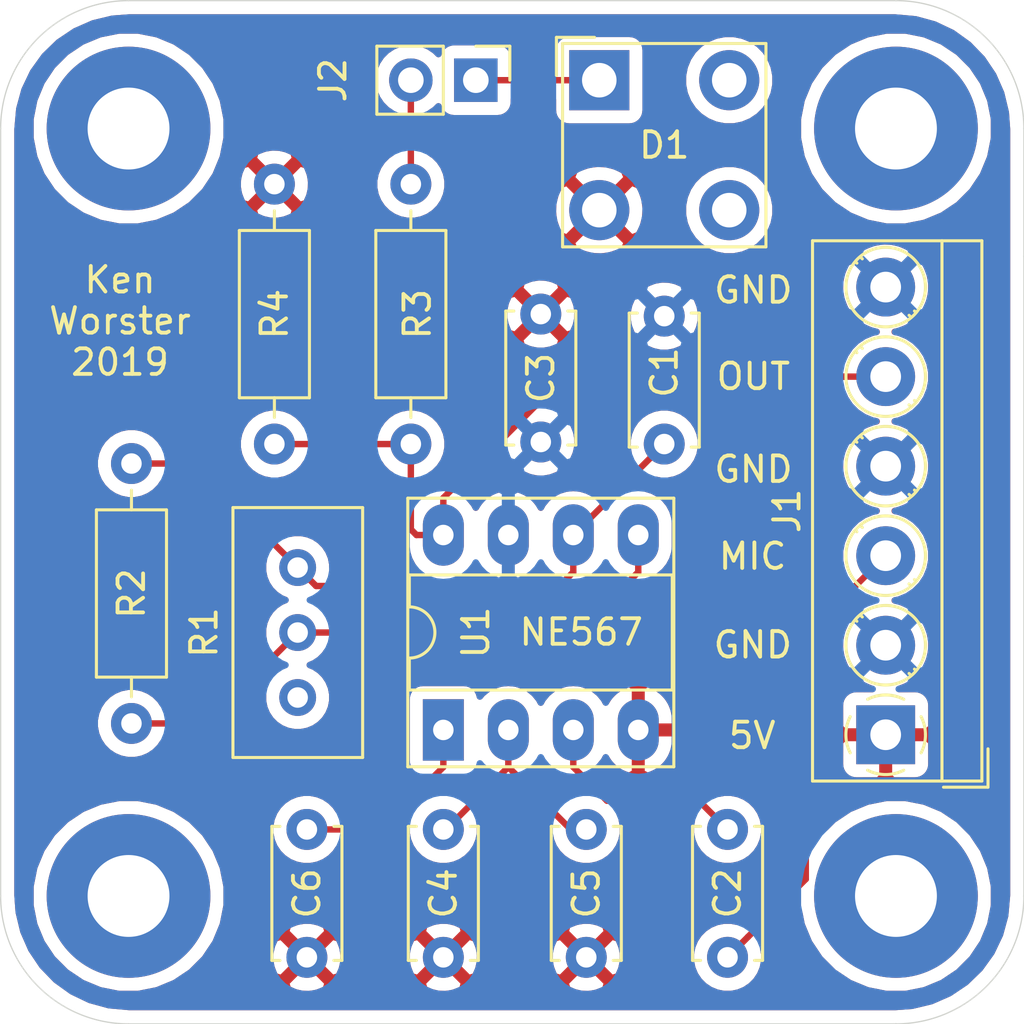
<source format=kicad_pcb>
(kicad_pcb (version 20171130) (host pcbnew "(5.1.5)-3")

  (general
    (thickness 1.6)
    (drawings 19)
    (tracks 40)
    (zones 0)
    (modules 18)
    (nets 17)
  )

  (page A4)
  (layers
    (0 F.Cu signal)
    (31 B.Cu signal)
    (32 B.Adhes user)
    (33 F.Adhes user)
    (34 B.Paste user)
    (35 F.Paste user)
    (36 B.SilkS user)
    (37 F.SilkS user)
    (38 B.Mask user)
    (39 F.Mask user)
    (40 Dwgs.User user)
    (41 Cmts.User user)
    (42 Eco1.User user)
    (43 Eco2.User user)
    (44 Edge.Cuts user)
    (45 Margin user)
    (46 B.CrtYd user)
    (47 F.CrtYd user)
    (48 B.Fab user)
    (49 F.Fab user hide)
  )

  (setup
    (last_trace_width 0.25)
    (trace_clearance 0.2)
    (zone_clearance 0.508)
    (zone_45_only no)
    (trace_min 0.2)
    (via_size 0.8)
    (via_drill 0.4)
    (via_min_size 0.4)
    (via_min_drill 0.3)
    (uvia_size 0.3)
    (uvia_drill 0.1)
    (uvias_allowed no)
    (uvia_min_size 0.2)
    (uvia_min_drill 0.1)
    (edge_width 0.05)
    (segment_width 0.2)
    (pcb_text_width 0.3)
    (pcb_text_size 1.5 1.5)
    (mod_edge_width 0.12)
    (mod_text_size 1 1)
    (mod_text_width 0.15)
    (pad_size 1.524 1.524)
    (pad_drill 0.762)
    (pad_to_mask_clearance 0.051)
    (solder_mask_min_width 0.25)
    (aux_axis_origin 0 0)
    (visible_elements 7FFFFFFF)
    (pcbplotparams
      (layerselection 0x010f0_ffffffff)
      (usegerberextensions false)
      (usegerberattributes false)
      (usegerberadvancedattributes false)
      (creategerberjobfile false)
      (excludeedgelayer true)
      (linewidth 0.100000)
      (plotframeref false)
      (viasonmask false)
      (mode 1)
      (useauxorigin false)
      (hpglpennumber 1)
      (hpglpenspeed 20)
      (hpglpendiameter 15.000000)
      (psnegative false)
      (psa4output false)
      (plotreference true)
      (plotvalue true)
      (plotinvisibletext false)
      (padsonsilk false)
      (subtractmaskfromsilk false)
      (outputformat 1)
      (mirror false)
      (drillshape 0)
      (scaleselection 1)
      (outputdirectory ""))
  )

  (net 0 "")
  (net 1 "Net-(C1-Pad1)")
  (net 2 GND)
  (net 3 +5V)
  (net 4 "Net-(C2-Pad2)")
  (net 5 "Net-(C4-Pad2)")
  (net 6 "Net-(D1-Pad1)")
  (net 7 "Net-(C2-Pad1)")
  (net 8 "Net-(C6-Pad2)")
  (net 9 "Net-(R1-Pad2)")
  (net 10 "Net-(R1-Pad3)")
  (net 11 "Net-(H1-Pad1)")
  (net 12 "Net-(H2-Pad1)")
  (net 13 "Net-(H3-Pad1)")
  (net 14 "Net-(H4-Pad1)")
  (net 15 "Net-(J1-Pad5)")
  (net 16 "Net-(J2-Pad2)")

  (net_class Default "This is the default net class."
    (clearance 0.2)
    (trace_width 0.25)
    (via_dia 0.8)
    (via_drill 0.4)
    (uvia_dia 0.3)
    (uvia_drill 0.1)
    (add_net +5V)
    (add_net GND)
    (add_net "Net-(C1-Pad1)")
    (add_net "Net-(C2-Pad1)")
    (add_net "Net-(C2-Pad2)")
    (add_net "Net-(C4-Pad2)")
    (add_net "Net-(C6-Pad2)")
    (add_net "Net-(D1-Pad1)")
    (add_net "Net-(H1-Pad1)")
    (add_net "Net-(H2-Pad1)")
    (add_net "Net-(H3-Pad1)")
    (add_net "Net-(H4-Pad1)")
    (add_net "Net-(J1-Pad5)")
    (add_net "Net-(J2-Pad2)")
    (add_net "Net-(R1-Pad2)")
    (add_net "Net-(R1-Pad3)")
  )

  (module Connector_PinHeader_2.54mm:PinHeader_1x02_P2.54mm_Vertical (layer F.Cu) (tedit 59FED5CC) (tstamp 5E0BD4EC)
    (at 163.576 118.11 270)
    (descr "Through hole straight pin header, 1x02, 2.54mm pitch, single row")
    (tags "Through hole pin header THT 1x02 2.54mm single row")
    (path /5E0BDF7D)
    (fp_text reference J2 (at 0 5.588 90) (layer F.SilkS)
      (effects (font (size 1 1) (thickness 0.15)))
    )
    (fp_text value "LED OFF" (at 0 4.87 90) (layer F.Fab)
      (effects (font (size 1 1) (thickness 0.15)))
    )
    (fp_text user %R (at 0 1.27) (layer F.Fab)
      (effects (font (size 1 1) (thickness 0.15)))
    )
    (fp_line (start 1.8 -1.8) (end -1.8 -1.8) (layer F.CrtYd) (width 0.05))
    (fp_line (start 1.8 4.35) (end 1.8 -1.8) (layer F.CrtYd) (width 0.05))
    (fp_line (start -1.8 4.35) (end 1.8 4.35) (layer F.CrtYd) (width 0.05))
    (fp_line (start -1.8 -1.8) (end -1.8 4.35) (layer F.CrtYd) (width 0.05))
    (fp_line (start -1.33 -1.33) (end 0 -1.33) (layer F.SilkS) (width 0.12))
    (fp_line (start -1.33 0) (end -1.33 -1.33) (layer F.SilkS) (width 0.12))
    (fp_line (start -1.33 1.27) (end 1.33 1.27) (layer F.SilkS) (width 0.12))
    (fp_line (start 1.33 1.27) (end 1.33 3.87) (layer F.SilkS) (width 0.12))
    (fp_line (start -1.33 1.27) (end -1.33 3.87) (layer F.SilkS) (width 0.12))
    (fp_line (start -1.33 3.87) (end 1.33 3.87) (layer F.SilkS) (width 0.12))
    (fp_line (start -1.27 -0.635) (end -0.635 -1.27) (layer F.Fab) (width 0.1))
    (fp_line (start -1.27 3.81) (end -1.27 -0.635) (layer F.Fab) (width 0.1))
    (fp_line (start 1.27 3.81) (end -1.27 3.81) (layer F.Fab) (width 0.1))
    (fp_line (start 1.27 -1.27) (end 1.27 3.81) (layer F.Fab) (width 0.1))
    (fp_line (start -0.635 -1.27) (end 1.27 -1.27) (layer F.Fab) (width 0.1))
    (pad 2 thru_hole oval (at 0 2.54 270) (size 1.7 1.7) (drill 1) (layers *.Cu *.Mask)
      (net 16 "Net-(J2-Pad2)"))
    (pad 1 thru_hole rect (at 0 0 270) (size 1.7 1.7) (drill 1) (layers *.Cu *.Mask)
      (net 6 "Net-(D1-Pad1)"))
    (model ${KISYS3DMOD}/Connector_PinHeader_2.54mm.3dshapes/PinHeader_1x02_P2.54mm_Vertical.wrl
      (at (xyz 0 0 0))
      (scale (xyz 1 1 1))
      (rotate (xyz 0 0 0))
    )
  )

  (module TerminalBlock_MetzConnect:TerminalBlock_MetzConnect_Type059_RT06306HBWC_1x06_P3.50mm_Horizontal (layer F.Cu) (tedit 5B294EA2) (tstamp 5E0B9E7E)
    (at 179.59832 143.69796 90)
    (descr "terminal block Metz Connect Type059_RT06306HBWC, 6 pins, pitch 3.5mm, size 21x6.5mm^2, drill diamater 1.2mm, pad diameter 2.3mm, see http://www.metz-connect.com/de/system/files/productfiles/Datenblatt_310591_RT063xxHBWC_OFF-022684T.pdf, script-generated using https://github.com/pointhi/kicad-footprint-generator/scripts/TerminalBlock_MetzConnect")
    (tags "THT terminal block Metz Connect Type059_RT06306HBWC pitch 3.5mm size 21x6.5mm^2 drill 1.2mm pad 2.3mm")
    (path /5E001AF7)
    (fp_text reference J1 (at 8.75 -3.86 90) (layer F.SilkS)
      (effects (font (size 1 1) (thickness 0.15)))
    )
    (fp_text value Power (at 8.75 4.76 90) (layer F.Fab)
      (effects (font (size 1 1) (thickness 0.15)))
    )
    (fp_text user %R (at 8.75 2.95 90) (layer F.Fab)
      (effects (font (size 1 1) (thickness 0.15)))
    )
    (fp_line (start 19.75 -3.3) (end -2.25 -3.3) (layer F.CrtYd) (width 0.05))
    (fp_line (start 19.75 4.2) (end 19.75 -3.3) (layer F.CrtYd) (width 0.05))
    (fp_line (start -2.25 4.2) (end 19.75 4.2) (layer F.CrtYd) (width 0.05))
    (fp_line (start -2.25 -3.3) (end -2.25 4.2) (layer F.CrtYd) (width 0.05))
    (fp_line (start -2.05 4) (end -0.55 4) (layer F.SilkS) (width 0.12))
    (fp_line (start -2.05 2.26) (end -2.05 4) (layer F.SilkS) (width 0.12))
    (fp_line (start 16.397 0.914) (end 16.321 0.99) (layer F.SilkS) (width 0.12))
    (fp_line (start 18.49 -1.18) (end 18.436 -1.126) (layer F.SilkS) (width 0.12))
    (fp_line (start 16.565 1.125) (end 16.511 1.18) (layer F.SilkS) (width 0.12))
    (fp_line (start 18.68 -0.99) (end 18.604 -0.914) (layer F.SilkS) (width 0.12))
    (fp_line (start 18.376 -1.043) (end 16.458 0.875) (layer F.Fab) (width 0.1))
    (fp_line (start 18.543 -0.875) (end 16.625 1.043) (layer F.Fab) (width 0.1))
    (fp_line (start 12.897 0.914) (end 12.821 0.99) (layer F.SilkS) (width 0.12))
    (fp_line (start 14.99 -1.18) (end 14.936 -1.126) (layer F.SilkS) (width 0.12))
    (fp_line (start 13.065 1.125) (end 13.011 1.18) (layer F.SilkS) (width 0.12))
    (fp_line (start 15.18 -0.99) (end 15.104 -0.914) (layer F.SilkS) (width 0.12))
    (fp_line (start 14.876 -1.043) (end 12.958 0.875) (layer F.Fab) (width 0.1))
    (fp_line (start 15.043 -0.875) (end 13.125 1.043) (layer F.Fab) (width 0.1))
    (fp_line (start 9.397 0.914) (end 9.321 0.99) (layer F.SilkS) (width 0.12))
    (fp_line (start 11.49 -1.18) (end 11.436 -1.126) (layer F.SilkS) (width 0.12))
    (fp_line (start 9.565 1.125) (end 9.511 1.18) (layer F.SilkS) (width 0.12))
    (fp_line (start 11.68 -0.99) (end 11.604 -0.914) (layer F.SilkS) (width 0.12))
    (fp_line (start 11.376 -1.043) (end 9.458 0.875) (layer F.Fab) (width 0.1))
    (fp_line (start 11.543 -0.875) (end 9.625 1.043) (layer F.Fab) (width 0.1))
    (fp_line (start 5.897 0.914) (end 5.821 0.99) (layer F.SilkS) (width 0.12))
    (fp_line (start 7.99 -1.18) (end 7.936 -1.126) (layer F.SilkS) (width 0.12))
    (fp_line (start 6.065 1.125) (end 6.011 1.18) (layer F.SilkS) (width 0.12))
    (fp_line (start 8.18 -0.99) (end 8.104 -0.914) (layer F.SilkS) (width 0.12))
    (fp_line (start 7.876 -1.043) (end 5.958 0.875) (layer F.Fab) (width 0.1))
    (fp_line (start 8.043 -0.875) (end 6.125 1.043) (layer F.Fab) (width 0.1))
    (fp_line (start 2.397 0.914) (end 2.321 0.99) (layer F.SilkS) (width 0.12))
    (fp_line (start 4.49 -1.18) (end 4.436 -1.126) (layer F.SilkS) (width 0.12))
    (fp_line (start 2.565 1.125) (end 2.511 1.18) (layer F.SilkS) (width 0.12))
    (fp_line (start 4.68 -0.99) (end 4.604 -0.914) (layer F.SilkS) (width 0.12))
    (fp_line (start 4.376 -1.043) (end 2.458 0.875) (layer F.Fab) (width 0.1))
    (fp_line (start 4.543 -0.875) (end 2.625 1.043) (layer F.Fab) (width 0.1))
    (fp_line (start 0.876 -1.043) (end -1.043 0.875) (layer F.Fab) (width 0.1))
    (fp_line (start 1.043 -0.875) (end -0.876 1.043) (layer F.Fab) (width 0.1))
    (fp_line (start 19.311 -2.86) (end 19.311 3.76) (layer F.SilkS) (width 0.12))
    (fp_line (start -1.81 -2.86) (end -1.81 3.76) (layer F.SilkS) (width 0.12))
    (fp_line (start -1.81 3.76) (end 19.311 3.76) (layer F.SilkS) (width 0.12))
    (fp_line (start -1.81 -2.86) (end 19.311 -2.86) (layer F.SilkS) (width 0.12))
    (fp_line (start -1.81 2.2) (end 19.311 2.2) (layer F.SilkS) (width 0.12))
    (fp_line (start -1.75 2.2) (end 19.25 2.2) (layer F.Fab) (width 0.1))
    (fp_line (start -1.75 2.2) (end -1.75 -2.8) (layer F.Fab) (width 0.1))
    (fp_line (start -0.25 3.7) (end -1.75 2.2) (layer F.Fab) (width 0.1))
    (fp_line (start 19.25 3.7) (end -0.25 3.7) (layer F.Fab) (width 0.1))
    (fp_line (start 19.25 -2.8) (end 19.25 3.7) (layer F.Fab) (width 0.1))
    (fp_line (start -1.75 -2.8) (end 19.25 -2.8) (layer F.Fab) (width 0.1))
    (fp_circle (center 17.5 0) (end 19.055 0) (layer F.SilkS) (width 0.12))
    (fp_circle (center 17.5 0) (end 18.875 0) (layer F.Fab) (width 0.1))
    (fp_circle (center 14 0) (end 15.555 0) (layer F.SilkS) (width 0.12))
    (fp_circle (center 14 0) (end 15.375 0) (layer F.Fab) (width 0.1))
    (fp_circle (center 10.5 0) (end 12.055 0) (layer F.SilkS) (width 0.12))
    (fp_circle (center 10.5 0) (end 11.875 0) (layer F.Fab) (width 0.1))
    (fp_circle (center 7 0) (end 8.555 0) (layer F.SilkS) (width 0.12))
    (fp_circle (center 7 0) (end 8.375 0) (layer F.Fab) (width 0.1))
    (fp_circle (center 3.5 0) (end 5.055 0) (layer F.SilkS) (width 0.12))
    (fp_circle (center 3.5 0) (end 4.875 0) (layer F.Fab) (width 0.1))
    (fp_circle (center 0 0) (end 1.375 0) (layer F.Fab) (width 0.1))
    (fp_arc (start 0 0) (end -0.707 1.386) (angle -28) (layer F.SilkS) (width 0.12))
    (fp_arc (start 0 0) (end -1.386 -0.707) (angle -54) (layer F.SilkS) (width 0.12))
    (fp_arc (start 0 0) (end 0.707 -1.386) (angle -54) (layer F.SilkS) (width 0.12))
    (fp_arc (start 0 0) (end 1.386 0.707) (angle -54) (layer F.SilkS) (width 0.12))
    (fp_arc (start 0 0) (end 0 1.555) (angle -27) (layer F.SilkS) (width 0.12))
    (pad 6 thru_hole circle (at 17.5 0 90) (size 2.3 2.3) (drill 1.2) (layers *.Cu *.Mask)
      (net 2 GND))
    (pad 5 thru_hole circle (at 14 0 90) (size 2.3 2.3) (drill 1.2) (layers *.Cu *.Mask)
      (net 15 "Net-(J1-Pad5)"))
    (pad 4 thru_hole circle (at 10.5 0 90) (size 2.3 2.3) (drill 1.2) (layers *.Cu *.Mask)
      (net 2 GND))
    (pad 3 thru_hole circle (at 7 0 90) (size 2.3 2.3) (drill 1.2) (layers *.Cu *.Mask)
      (net 4 "Net-(C2-Pad2)"))
    (pad 2 thru_hole circle (at 3.5 0 90) (size 2.3 2.3) (drill 1.2) (layers *.Cu *.Mask)
      (net 2 GND))
    (pad 1 thru_hole rect (at 0 0 90) (size 2.3 2.3) (drill 1.2) (layers *.Cu *.Mask)
      (net 3 +5V))
    (model ${KISYS3DMOD}/TerminalBlock_MetzConnect.3dshapes/TerminalBlock_MetzConnect_Type059_RT06306HBWC_1x06_P3.50mm_Horizontal.wrl
      (at (xyz 0 0 0))
      (scale (xyz 1 1 1))
      (rotate (xyz 0 0 0))
    )
  )

  (module LED_THT:LED_BL-FL7680RGB (layer F.Cu) (tedit 59F6ACD6) (tstamp 5E06B3F7)
    (at 168.402 118.11)
    (descr "'Piranha' RGB LED, through hole, common anode, 7.62x7.62mm, BGRA pin order, https://cdn-shop.adafruit.com/datasheets/BL-FL7680RGB.pdf")
    (tags "RGB LED Piranha Super-Flux BetLux")
    (path /5DFF85F8)
    (fp_text reference D1 (at 2.54 2.54) (layer F.SilkS)
      (effects (font (size 1 1) (thickness 0.15)))
    )
    (fp_text value LED (at 2.54 7.35) (layer F.Fab)
      (effects (font (size 1 1) (thickness 0.15)))
    )
    (fp_line (start -0.02 -1.27) (end 6.35 -1.27) (layer F.Fab) (width 0.1))
    (fp_line (start 6.35 -1.27) (end 6.35 6.35) (layer F.Fab) (width 0.1))
    (fp_line (start 6.35 6.35) (end -1.27 6.35) (layer F.Fab) (width 0.1))
    (fp_line (start -1.27 6.35) (end -1.27 -0.02) (layer F.Fab) (width 0.1))
    (fp_line (start -1.27 -0.02) (end -0.02 -1.27) (layer F.Fab) (width 0.1))
    (fp_line (start -1.435 -1.435) (end -1.435 6.515) (layer F.SilkS) (width 0.12))
    (fp_line (start -1.435 6.515) (end 6.515 6.515) (layer F.SilkS) (width 0.12))
    (fp_line (start 6.515 6.515) (end 6.515 -1.435) (layer F.SilkS) (width 0.12))
    (fp_line (start 6.515 -1.435) (end -1.435 -1.435) (layer F.SilkS) (width 0.12))
    (fp_line (start -1.675 -0.185) (end -1.675 -1.675) (layer F.SilkS) (width 0.12))
    (fp_line (start -1.675 -1.675) (end -0.185 -1.675) (layer F.SilkS) (width 0.12))
    (fp_line (start -1.52 -1.52) (end -1.52 6.6) (layer F.CrtYd) (width 0.05))
    (fp_line (start -1.52 6.6) (end 6.6 6.6) (layer F.CrtYd) (width 0.05))
    (fp_line (start 6.6 6.6) (end 6.6 -1.52) (layer F.CrtYd) (width 0.05))
    (fp_line (start 6.6 -1.52) (end -1.52 -1.52) (layer F.CrtYd) (width 0.05))
    (fp_text user %R (at 2.54 2.54) (layer F.Fab)
      (effects (font (size 1 1) (thickness 0.15)))
    )
    (pad 1 thru_hole rect (at 0 0) (size 2.35 2.35) (drill 1.35) (layers *.Cu *.Mask)
      (net 6 "Net-(D1-Pad1)"))
    (pad 2 thru_hole circle (at 0 5.08) (size 2.35 2.35) (drill 1.35) (layers *.Cu *.Mask)
      (net 3 +5V))
    (pad 4 thru_hole circle (at 5.08 0) (size 2.35 2.35) (drill 1.35) (layers *.Cu *.Mask))
    (pad 3 thru_hole circle (at 5.08 5.08) (size 2.35 2.35) (drill 1.35) (layers *.Cu *.Mask))
    (model ${KISYS3DMOD}/LED_THT.3dshapes/LED_BL-FL7680RGB.wrl
      (at (xyz 0 0 0))
      (scale (xyz 1 1 1))
      (rotate (xyz 0 0 0))
    )
  )

  (module MountingHole:MountingHole_3.2mm_M3_Pad (layer F.Cu) (tedit 56D1B4CB) (tstamp 5E06B3FF)
    (at 180 120)
    (descr "Mounting Hole 3.2mm, M3")
    (tags "mounting hole 3.2mm m3")
    (path /5E0885AF)
    (attr virtual)
    (fp_text reference H1 (at 0 -4.2) (layer F.SilkS) hide
      (effects (font (size 1 1) (thickness 0.15)))
    )
    (fp_text value MountingHole_Pad (at 0 4.2) (layer F.Fab)
      (effects (font (size 1 1) (thickness 0.15)))
    )
    (fp_circle (center 0 0) (end 3.45 0) (layer F.CrtYd) (width 0.05))
    (fp_circle (center 0 0) (end 3.2 0) (layer Cmts.User) (width 0.15))
    (fp_text user %R (at 0.3 0) (layer F.Fab)
      (effects (font (size 1 1) (thickness 0.15)))
    )
    (pad 1 thru_hole circle (at 0 0) (size 6.4 6.4) (drill 3.2) (layers *.Cu *.Mask)
      (net 11 "Net-(H1-Pad1)"))
  )

  (module MountingHole:MountingHole_3.2mm_M3_Pad (layer F.Cu) (tedit 56D1B4CB) (tstamp 5E06B407)
    (at 180 150)
    (descr "Mounting Hole 3.2mm, M3")
    (tags "mounting hole 3.2mm m3")
    (path /5E0889D1)
    (attr virtual)
    (fp_text reference H2 (at 0 -4.2) (layer F.SilkS) hide
      (effects (font (size 1 1) (thickness 0.15)))
    )
    (fp_text value MountingHole_Pad (at 0 4.2) (layer F.Fab)
      (effects (font (size 1 1) (thickness 0.15)))
    )
    (fp_text user %R (at 0.3 0) (layer F.Fab)
      (effects (font (size 1 1) (thickness 0.15)))
    )
    (fp_circle (center 0 0) (end 3.2 0) (layer Cmts.User) (width 0.15))
    (fp_circle (center 0 0) (end 3.45 0) (layer F.CrtYd) (width 0.05))
    (pad 1 thru_hole circle (at 0 0) (size 6.4 6.4) (drill 3.2) (layers *.Cu *.Mask)
      (net 12 "Net-(H2-Pad1)"))
  )

  (module MountingHole:MountingHole_3.2mm_M3_Pad (layer F.Cu) (tedit 56D1B4CB) (tstamp 5E06B40F)
    (at 150 120)
    (descr "Mounting Hole 3.2mm, M3")
    (tags "mounting hole 3.2mm m3")
    (path /5E0893D5)
    (attr virtual)
    (fp_text reference H3 (at 0 -4.2) (layer F.SilkS) hide
      (effects (font (size 1 1) (thickness 0.15)))
    )
    (fp_text value MountingHole_Pad (at 0 4.2) (layer F.Fab)
      (effects (font (size 1 1) (thickness 0.15)))
    )
    (fp_circle (center 0 0) (end 3.45 0) (layer F.CrtYd) (width 0.05))
    (fp_circle (center 0 0) (end 3.2 0) (layer Cmts.User) (width 0.15))
    (fp_text user %R (at 0.3 0) (layer F.Fab)
      (effects (font (size 1 1) (thickness 0.15)))
    )
    (pad 1 thru_hole circle (at 0 0) (size 6.4 6.4) (drill 3.2) (layers *.Cu *.Mask)
      (net 13 "Net-(H3-Pad1)"))
  )

  (module MountingHole:MountingHole_3.2mm_M3_Pad (layer F.Cu) (tedit 56D1B4CB) (tstamp 5E06B417)
    (at 150 150)
    (descr "Mounting Hole 3.2mm, M3")
    (tags "mounting hole 3.2mm m3")
    (path /5E089E34)
    (attr virtual)
    (fp_text reference H4 (at 0 -4.2) (layer F.SilkS) hide
      (effects (font (size 1 1) (thickness 0.15)))
    )
    (fp_text value MountingHole_Pad (at 0 4.2) (layer F.Fab)
      (effects (font (size 1 1) (thickness 0.15)))
    )
    (fp_text user %R (at 0.3 0) (layer F.Fab)
      (effects (font (size 1 1) (thickness 0.15)))
    )
    (fp_circle (center 0 0) (end 3.2 0) (layer Cmts.User) (width 0.15))
    (fp_circle (center 0 0) (end 3.45 0) (layer F.CrtYd) (width 0.05))
    (pad 1 thru_hole circle (at 0 0) (size 6.4 6.4) (drill 3.2) (layers *.Cu *.Mask)
      (net 14 "Net-(H4-Pad1)"))
  )

  (module Potentiometer_THT:Potentiometer_Bourns_3296W_Vertical (layer F.Cu) (tedit 5A3D4994) (tstamp 5E06B4D6)
    (at 156.61132 137.16254 90)
    (descr "Potentiometer, vertical, Bourns 3296W, https://www.bourns.com/pdfs/3296.pdf")
    (tags "Potentiometer vertical Bourns 3296W")
    (path /5DFDDC4D)
    (fp_text reference R1 (at -2.54 -3.66 90) (layer F.SilkS)
      (effects (font (size 1 1) (thickness 0.15)))
    )
    (fp_text value 10K (at -2.54 3.67 90) (layer F.Fab)
      (effects (font (size 1 1) (thickness 0.15)))
    )
    (fp_circle (center 0.955 1.15) (end 2.05 1.15) (layer F.Fab) (width 0.1))
    (fp_line (start -7.305 -2.41) (end -7.305 2.42) (layer F.Fab) (width 0.1))
    (fp_line (start -7.305 2.42) (end 2.225 2.42) (layer F.Fab) (width 0.1))
    (fp_line (start 2.225 2.42) (end 2.225 -2.41) (layer F.Fab) (width 0.1))
    (fp_line (start 2.225 -2.41) (end -7.305 -2.41) (layer F.Fab) (width 0.1))
    (fp_line (start 0.955 2.235) (end 0.956 0.066) (layer F.Fab) (width 0.1))
    (fp_line (start 0.955 2.235) (end 0.956 0.066) (layer F.Fab) (width 0.1))
    (fp_line (start -7.425 -2.53) (end 2.345 -2.53) (layer F.SilkS) (width 0.12))
    (fp_line (start -7.425 2.54) (end 2.345 2.54) (layer F.SilkS) (width 0.12))
    (fp_line (start -7.425 -2.53) (end -7.425 2.54) (layer F.SilkS) (width 0.12))
    (fp_line (start 2.345 -2.53) (end 2.345 2.54) (layer F.SilkS) (width 0.12))
    (fp_line (start -7.6 -2.7) (end -7.6 2.7) (layer F.CrtYd) (width 0.05))
    (fp_line (start -7.6 2.7) (end 2.5 2.7) (layer F.CrtYd) (width 0.05))
    (fp_line (start 2.5 2.7) (end 2.5 -2.7) (layer F.CrtYd) (width 0.05))
    (fp_line (start 2.5 -2.7) (end -7.6 -2.7) (layer F.CrtYd) (width 0.05))
    (fp_text user %R (at -3.175 0.005 90) (layer F.Fab)
      (effects (font (size 1 1) (thickness 0.15)))
    )
    (pad 1 thru_hole circle (at 0 0 90) (size 1.44 1.44) (drill 0.8) (layers *.Cu *.Mask)
      (net 1 "Net-(C1-Pad1)"))
    (pad 2 thru_hole circle (at -2.54 0 90) (size 1.44 1.44) (drill 0.8) (layers *.Cu *.Mask)
      (net 9 "Net-(R1-Pad2)"))
    (pad 3 thru_hole circle (at -5.08 0 90) (size 1.44 1.44) (drill 0.8) (layers *.Cu *.Mask)
      (net 10 "Net-(R1-Pad3)"))
    (model ${KISYS3DMOD}/Potentiometer_THT.3dshapes/Potentiometer_Bourns_3296W_Vertical.wrl
      (at (xyz 0 0 0))
      (scale (xyz 1 1 1))
      (rotate (xyz 0 0 0))
    )
  )

  (module Resistor_THT:R_Axial_DIN0207_L6.3mm_D2.5mm_P10.16mm_Horizontal (layer F.Cu) (tedit 5AE5139B) (tstamp 5E06B4ED)
    (at 150.114 143.256 90)
    (descr "Resistor, Axial_DIN0207 series, Axial, Horizontal, pin pitch=10.16mm, 0.25W = 1/4W, length*diameter=6.3*2.5mm^2, http://cdn-reichelt.de/documents/datenblatt/B400/1_4W%23YAG.pdf")
    (tags "Resistor Axial_DIN0207 series Axial Horizontal pin pitch 10.16mm 0.25W = 1/4W length 6.3mm diameter 2.5mm")
    (path /5E076F95)
    (fp_text reference R2 (at 5.08 0 90) (layer F.SilkS)
      (effects (font (size 1 1) (thickness 0.15)))
    )
    (fp_text value 10K (at 5.08 2.37 90) (layer F.Fab)
      (effects (font (size 1 1) (thickness 0.15)))
    )
    (fp_line (start 1.93 -1.25) (end 1.93 1.25) (layer F.Fab) (width 0.1))
    (fp_line (start 1.93 1.25) (end 8.23 1.25) (layer F.Fab) (width 0.1))
    (fp_line (start 8.23 1.25) (end 8.23 -1.25) (layer F.Fab) (width 0.1))
    (fp_line (start 8.23 -1.25) (end 1.93 -1.25) (layer F.Fab) (width 0.1))
    (fp_line (start 0 0) (end 1.93 0) (layer F.Fab) (width 0.1))
    (fp_line (start 10.16 0) (end 8.23 0) (layer F.Fab) (width 0.1))
    (fp_line (start 1.81 -1.37) (end 1.81 1.37) (layer F.SilkS) (width 0.12))
    (fp_line (start 1.81 1.37) (end 8.35 1.37) (layer F.SilkS) (width 0.12))
    (fp_line (start 8.35 1.37) (end 8.35 -1.37) (layer F.SilkS) (width 0.12))
    (fp_line (start 8.35 -1.37) (end 1.81 -1.37) (layer F.SilkS) (width 0.12))
    (fp_line (start 1.04 0) (end 1.81 0) (layer F.SilkS) (width 0.12))
    (fp_line (start 9.12 0) (end 8.35 0) (layer F.SilkS) (width 0.12))
    (fp_line (start -1.05 -1.5) (end -1.05 1.5) (layer F.CrtYd) (width 0.05))
    (fp_line (start -1.05 1.5) (end 11.21 1.5) (layer F.CrtYd) (width 0.05))
    (fp_line (start 11.21 1.5) (end 11.21 -1.5) (layer F.CrtYd) (width 0.05))
    (fp_line (start 11.21 -1.5) (end -1.05 -1.5) (layer F.CrtYd) (width 0.05))
    (fp_text user %R (at 5.08 0 90) (layer F.Fab)
      (effects (font (size 1 1) (thickness 0.15)))
    )
    (pad 1 thru_hole circle (at 0 0 90) (size 1.6 1.6) (drill 0.8) (layers *.Cu *.Mask)
      (net 9 "Net-(R1-Pad2)"))
    (pad 2 thru_hole oval (at 10.16 0 90) (size 1.6 1.6) (drill 0.8) (layers *.Cu *.Mask)
      (net 1 "Net-(C1-Pad1)"))
    (model ${KISYS3DMOD}/Resistor_THT.3dshapes/R_Axial_DIN0207_L6.3mm_D2.5mm_P10.16mm_Horizontal.wrl
      (at (xyz 0 0 0))
      (scale (xyz 1 1 1))
      (rotate (xyz 0 0 0))
    )
  )

  (module Resistor_THT:R_Axial_DIN0207_L6.3mm_D2.5mm_P10.16mm_Horizontal (layer F.Cu) (tedit 5AE5139B) (tstamp 5E06B504)
    (at 161.036 122.174 270)
    (descr "Resistor, Axial_DIN0207 series, Axial, Horizontal, pin pitch=10.16mm, 0.25W = 1/4W, length*diameter=6.3*2.5mm^2, http://cdn-reichelt.de/documents/datenblatt/B400/1_4W%23YAG.pdf")
    (tags "Resistor Axial_DIN0207 series Axial Horizontal pin pitch 10.16mm 0.25W = 1/4W length 6.3mm diameter 2.5mm")
    (path /5DFB0719)
    (fp_text reference R3 (at 5.08 -0.254 90) (layer F.SilkS)
      (effects (font (size 1 1) (thickness 0.15)))
    )
    (fp_text value 1K (at 5.08 2.37 90) (layer F.Fab)
      (effects (font (size 1 1) (thickness 0.15)))
    )
    (fp_line (start 1.93 -1.25) (end 1.93 1.25) (layer F.Fab) (width 0.1))
    (fp_line (start 1.93 1.25) (end 8.23 1.25) (layer F.Fab) (width 0.1))
    (fp_line (start 8.23 1.25) (end 8.23 -1.25) (layer F.Fab) (width 0.1))
    (fp_line (start 8.23 -1.25) (end 1.93 -1.25) (layer F.Fab) (width 0.1))
    (fp_line (start 0 0) (end 1.93 0) (layer F.Fab) (width 0.1))
    (fp_line (start 10.16 0) (end 8.23 0) (layer F.Fab) (width 0.1))
    (fp_line (start 1.81 -1.37) (end 1.81 1.37) (layer F.SilkS) (width 0.12))
    (fp_line (start 1.81 1.37) (end 8.35 1.37) (layer F.SilkS) (width 0.12))
    (fp_line (start 8.35 1.37) (end 8.35 -1.37) (layer F.SilkS) (width 0.12))
    (fp_line (start 8.35 -1.37) (end 1.81 -1.37) (layer F.SilkS) (width 0.12))
    (fp_line (start 1.04 0) (end 1.81 0) (layer F.SilkS) (width 0.12))
    (fp_line (start 9.12 0) (end 8.35 0) (layer F.SilkS) (width 0.12))
    (fp_line (start -1.05 -1.5) (end -1.05 1.5) (layer F.CrtYd) (width 0.05))
    (fp_line (start -1.05 1.5) (end 11.21 1.5) (layer F.CrtYd) (width 0.05))
    (fp_line (start 11.21 1.5) (end 11.21 -1.5) (layer F.CrtYd) (width 0.05))
    (fp_line (start 11.21 -1.5) (end -1.05 -1.5) (layer F.CrtYd) (width 0.05))
    (fp_text user %R (at 5.08 0 90) (layer F.Fab)
      (effects (font (size 1 1) (thickness 0.15)))
    )
    (pad 1 thru_hole circle (at 0 0 270) (size 1.6 1.6) (drill 0.8) (layers *.Cu *.Mask)
      (net 16 "Net-(J2-Pad2)"))
    (pad 2 thru_hole oval (at 10.16 0 270) (size 1.6 1.6) (drill 0.8) (layers *.Cu *.Mask)
      (net 15 "Net-(J1-Pad5)"))
    (model ${KISYS3DMOD}/Resistor_THT.3dshapes/R_Axial_DIN0207_L6.3mm_D2.5mm_P10.16mm_Horizontal.wrl
      (at (xyz 0 0 0))
      (scale (xyz 1 1 1))
      (rotate (xyz 0 0 0))
    )
  )

  (module Resistor_THT:R_Axial_DIN0207_L6.3mm_D2.5mm_P10.16mm_Horizontal (layer F.Cu) (tedit 5AE5139B) (tstamp 5E06B51B)
    (at 155.702 122.174 270)
    (descr "Resistor, Axial_DIN0207 series, Axial, Horizontal, pin pitch=10.16mm, 0.25W = 1/4W, length*diameter=6.3*2.5mm^2, http://cdn-reichelt.de/documents/datenblatt/B400/1_4W%23YAG.pdf")
    (tags "Resistor Axial_DIN0207 series Axial Horizontal pin pitch 10.16mm 0.25W = 1/4W length 6.3mm diameter 2.5mm")
    (path /5DFB1621)
    (fp_text reference R4 (at 5.08 0 90) (layer F.SilkS)
      (effects (font (size 1 1) (thickness 0.15)))
    )
    (fp_text value 1K (at 5.08 2.37 90) (layer F.Fab)
      (effects (font (size 1 1) (thickness 0.15)))
    )
    (fp_text user %R (at 5.08 0 90) (layer F.Fab)
      (effects (font (size 1 1) (thickness 0.15)))
    )
    (fp_line (start 11.21 -1.5) (end -1.05 -1.5) (layer F.CrtYd) (width 0.05))
    (fp_line (start 11.21 1.5) (end 11.21 -1.5) (layer F.CrtYd) (width 0.05))
    (fp_line (start -1.05 1.5) (end 11.21 1.5) (layer F.CrtYd) (width 0.05))
    (fp_line (start -1.05 -1.5) (end -1.05 1.5) (layer F.CrtYd) (width 0.05))
    (fp_line (start 9.12 0) (end 8.35 0) (layer F.SilkS) (width 0.12))
    (fp_line (start 1.04 0) (end 1.81 0) (layer F.SilkS) (width 0.12))
    (fp_line (start 8.35 -1.37) (end 1.81 -1.37) (layer F.SilkS) (width 0.12))
    (fp_line (start 8.35 1.37) (end 8.35 -1.37) (layer F.SilkS) (width 0.12))
    (fp_line (start 1.81 1.37) (end 8.35 1.37) (layer F.SilkS) (width 0.12))
    (fp_line (start 1.81 -1.37) (end 1.81 1.37) (layer F.SilkS) (width 0.12))
    (fp_line (start 10.16 0) (end 8.23 0) (layer F.Fab) (width 0.1))
    (fp_line (start 0 0) (end 1.93 0) (layer F.Fab) (width 0.1))
    (fp_line (start 8.23 -1.25) (end 1.93 -1.25) (layer F.Fab) (width 0.1))
    (fp_line (start 8.23 1.25) (end 8.23 -1.25) (layer F.Fab) (width 0.1))
    (fp_line (start 1.93 1.25) (end 8.23 1.25) (layer F.Fab) (width 0.1))
    (fp_line (start 1.93 -1.25) (end 1.93 1.25) (layer F.Fab) (width 0.1))
    (pad 2 thru_hole oval (at 10.16 0 270) (size 1.6 1.6) (drill 0.8) (layers *.Cu *.Mask)
      (net 15 "Net-(J1-Pad5)"))
    (pad 1 thru_hole circle (at 0 0 270) (size 1.6 1.6) (drill 0.8) (layers *.Cu *.Mask)
      (net 3 +5V))
    (model ${KISYS3DMOD}/Resistor_THT.3dshapes/R_Axial_DIN0207_L6.3mm_D2.5mm_P10.16mm_Horizontal.wrl
      (at (xyz 0 0 0))
      (scale (xyz 1 1 1))
      (rotate (xyz 0 0 0))
    )
  )

  (module Package_DIP:DIP-8_W7.62mm_Socket_LongPads (layer F.Cu) (tedit 5A02E8C5) (tstamp 5E06B53F)
    (at 162.306 143.51 90)
    (descr "8-lead though-hole mounted DIP package, row spacing 7.62 mm (300 mils), Socket, LongPads")
    (tags "THT DIP DIL PDIP 2.54mm 7.62mm 300mil Socket LongPads")
    (path /5DFAD226)
    (fp_text reference U1 (at 3.81 1.27 90) (layer F.SilkS)
      (effects (font (size 1 1) (thickness 0.15)))
    )
    (fp_text value NE567 (at 3.81 9.95 90) (layer F.Fab)
      (effects (font (size 1 1) (thickness 0.15)))
    )
    (fp_arc (start 3.81 -1.33) (end 2.81 -1.33) (angle -180) (layer F.SilkS) (width 0.12))
    (fp_line (start 1.635 -1.27) (end 6.985 -1.27) (layer F.Fab) (width 0.1))
    (fp_line (start 6.985 -1.27) (end 6.985 8.89) (layer F.Fab) (width 0.1))
    (fp_line (start 6.985 8.89) (end 0.635 8.89) (layer F.Fab) (width 0.1))
    (fp_line (start 0.635 8.89) (end 0.635 -0.27) (layer F.Fab) (width 0.1))
    (fp_line (start 0.635 -0.27) (end 1.635 -1.27) (layer F.Fab) (width 0.1))
    (fp_line (start -1.27 -1.33) (end -1.27 8.95) (layer F.Fab) (width 0.1))
    (fp_line (start -1.27 8.95) (end 8.89 8.95) (layer F.Fab) (width 0.1))
    (fp_line (start 8.89 8.95) (end 8.89 -1.33) (layer F.Fab) (width 0.1))
    (fp_line (start 8.89 -1.33) (end -1.27 -1.33) (layer F.Fab) (width 0.1))
    (fp_line (start 2.81 -1.33) (end 1.56 -1.33) (layer F.SilkS) (width 0.12))
    (fp_line (start 1.56 -1.33) (end 1.56 8.95) (layer F.SilkS) (width 0.12))
    (fp_line (start 1.56 8.95) (end 6.06 8.95) (layer F.SilkS) (width 0.12))
    (fp_line (start 6.06 8.95) (end 6.06 -1.33) (layer F.SilkS) (width 0.12))
    (fp_line (start 6.06 -1.33) (end 4.81 -1.33) (layer F.SilkS) (width 0.12))
    (fp_line (start -1.44 -1.39) (end -1.44 9.01) (layer F.SilkS) (width 0.12))
    (fp_line (start -1.44 9.01) (end 9.06 9.01) (layer F.SilkS) (width 0.12))
    (fp_line (start 9.06 9.01) (end 9.06 -1.39) (layer F.SilkS) (width 0.12))
    (fp_line (start 9.06 -1.39) (end -1.44 -1.39) (layer F.SilkS) (width 0.12))
    (fp_line (start -1.55 -1.6) (end -1.55 9.2) (layer F.CrtYd) (width 0.05))
    (fp_line (start -1.55 9.2) (end 9.15 9.2) (layer F.CrtYd) (width 0.05))
    (fp_line (start 9.15 9.2) (end 9.15 -1.6) (layer F.CrtYd) (width 0.05))
    (fp_line (start 9.15 -1.6) (end -1.55 -1.6) (layer F.CrtYd) (width 0.05))
    (fp_text user %R (at 3.81 3.81 90) (layer F.Fab)
      (effects (font (size 1 1) (thickness 0.15)))
    )
    (pad 1 thru_hole rect (at 0 0 90) (size 2.4 1.6) (drill 0.8) (layers *.Cu *.Mask)
      (net 8 "Net-(C6-Pad2)"))
    (pad 5 thru_hole oval (at 7.62 7.62 90) (size 2.4 1.6) (drill 0.8) (layers *.Cu *.Mask)
      (net 9 "Net-(R1-Pad2)"))
    (pad 2 thru_hole oval (at 0 2.54 90) (size 2.4 1.6) (drill 0.8) (layers *.Cu *.Mask)
      (net 5 "Net-(C4-Pad2)"))
    (pad 6 thru_hole oval (at 7.62 5.08 90) (size 2.4 1.6) (drill 0.8) (layers *.Cu *.Mask)
      (net 1 "Net-(C1-Pad1)"))
    (pad 3 thru_hole oval (at 0 5.08 90) (size 2.4 1.6) (drill 0.8) (layers *.Cu *.Mask)
      (net 7 "Net-(C2-Pad1)"))
    (pad 7 thru_hole oval (at 7.62 2.54 90) (size 2.4 1.6) (drill 0.8) (layers *.Cu *.Mask)
      (net 2 GND))
    (pad 4 thru_hole oval (at 0 7.62 90) (size 2.4 1.6) (drill 0.8) (layers *.Cu *.Mask)
      (net 3 +5V))
    (pad 8 thru_hole oval (at 7.62 0 90) (size 2.4 1.6) (drill 0.8) (layers *.Cu *.Mask)
      (net 15 "Net-(J1-Pad5)"))
    (model ${KISYS3DMOD}/Package_DIP.3dshapes/DIP-8_W7.62mm_Socket.wrl
      (at (xyz 0 0 0))
      (scale (xyz 1 1 1))
      (rotate (xyz 0 0 0))
    )
  )

  (module Capacitor_THT:C_Disc_D5.0mm_W2.5mm_P5.00mm (layer F.Cu) (tedit 5AE50EF0) (tstamp 5E06BDF4)
    (at 170.942 132.334 90)
    (descr "C, Disc series, Radial, pin pitch=5.00mm, , diameter*width=5*2.5mm^2, Capacitor, http://cdn-reichelt.de/documents/datenblatt/B300/DS_KERKO_TC.pdf")
    (tags "C Disc series Radial pin pitch 5.00mm  diameter 5mm width 2.5mm Capacitor")
    (path /5DFD9BDF)
    (fp_text reference C1 (at 2.794 0 90) (layer F.SilkS)
      (effects (font (size 1 1) (thickness 0.15)))
    )
    (fp_text value .1uF (at 2.5 2.5 90) (layer F.Fab)
      (effects (font (size 1 1) (thickness 0.15)))
    )
    (fp_text user %R (at 2.5 0 90) (layer F.Fab)
      (effects (font (size 1 1) (thickness 0.15)))
    )
    (fp_line (start 6.05 -1.5) (end -1.05 -1.5) (layer F.CrtYd) (width 0.05))
    (fp_line (start 6.05 1.5) (end 6.05 -1.5) (layer F.CrtYd) (width 0.05))
    (fp_line (start -1.05 1.5) (end 6.05 1.5) (layer F.CrtYd) (width 0.05))
    (fp_line (start -1.05 -1.5) (end -1.05 1.5) (layer F.CrtYd) (width 0.05))
    (fp_line (start 5.12 1.055) (end 5.12 1.37) (layer F.SilkS) (width 0.12))
    (fp_line (start 5.12 -1.37) (end 5.12 -1.055) (layer F.SilkS) (width 0.12))
    (fp_line (start -0.12 1.055) (end -0.12 1.37) (layer F.SilkS) (width 0.12))
    (fp_line (start -0.12 -1.37) (end -0.12 -1.055) (layer F.SilkS) (width 0.12))
    (fp_line (start -0.12 1.37) (end 5.12 1.37) (layer F.SilkS) (width 0.12))
    (fp_line (start -0.12 -1.37) (end 5.12 -1.37) (layer F.SilkS) (width 0.12))
    (fp_line (start 5 -1.25) (end 0 -1.25) (layer F.Fab) (width 0.1))
    (fp_line (start 5 1.25) (end 5 -1.25) (layer F.Fab) (width 0.1))
    (fp_line (start 0 1.25) (end 5 1.25) (layer F.Fab) (width 0.1))
    (fp_line (start 0 -1.25) (end 0 1.25) (layer F.Fab) (width 0.1))
    (pad 2 thru_hole circle (at 5 0 90) (size 1.6 1.6) (drill 0.8) (layers *.Cu *.Mask)
      (net 2 GND))
    (pad 1 thru_hole circle (at 0 0 90) (size 1.6 1.6) (drill 0.8) (layers *.Cu *.Mask)
      (net 1 "Net-(C1-Pad1)"))
    (model ${KISYS3DMOD}/Capacitor_THT.3dshapes/C_Disc_D5.0mm_W2.5mm_P5.00mm.wrl
      (at (xyz 0 0 0))
      (scale (xyz 1 1 1))
      (rotate (xyz 0 0 0))
    )
  )

  (module Capacitor_THT:C_Disc_D5.0mm_W2.5mm_P5.00mm (layer F.Cu) (tedit 5AE50EF0) (tstamp 5E06BE08)
    (at 173.41596 147.39874 270)
    (descr "C, Disc series, Radial, pin pitch=5.00mm, , diameter*width=5*2.5mm^2, Capacitor, http://cdn-reichelt.de/documents/datenblatt/B300/DS_KERKO_TC.pdf")
    (tags "C Disc series Radial pin pitch 5.00mm  diameter 5mm width 2.5mm Capacitor")
    (path /5E0708C1)
    (fp_text reference C2 (at 2.5 0 90) (layer F.SilkS)
      (effects (font (size 1 1) (thickness 0.15)))
    )
    (fp_text value .1uF (at 2.5 2.5 90) (layer F.Fab)
      (effects (font (size 1 1) (thickness 0.15)))
    )
    (fp_line (start 0 -1.25) (end 0 1.25) (layer F.Fab) (width 0.1))
    (fp_line (start 0 1.25) (end 5 1.25) (layer F.Fab) (width 0.1))
    (fp_line (start 5 1.25) (end 5 -1.25) (layer F.Fab) (width 0.1))
    (fp_line (start 5 -1.25) (end 0 -1.25) (layer F.Fab) (width 0.1))
    (fp_line (start -0.12 -1.37) (end 5.12 -1.37) (layer F.SilkS) (width 0.12))
    (fp_line (start -0.12 1.37) (end 5.12 1.37) (layer F.SilkS) (width 0.12))
    (fp_line (start -0.12 -1.37) (end -0.12 -1.055) (layer F.SilkS) (width 0.12))
    (fp_line (start -0.12 1.055) (end -0.12 1.37) (layer F.SilkS) (width 0.12))
    (fp_line (start 5.12 -1.37) (end 5.12 -1.055) (layer F.SilkS) (width 0.12))
    (fp_line (start 5.12 1.055) (end 5.12 1.37) (layer F.SilkS) (width 0.12))
    (fp_line (start -1.05 -1.5) (end -1.05 1.5) (layer F.CrtYd) (width 0.05))
    (fp_line (start -1.05 1.5) (end 6.05 1.5) (layer F.CrtYd) (width 0.05))
    (fp_line (start 6.05 1.5) (end 6.05 -1.5) (layer F.CrtYd) (width 0.05))
    (fp_line (start 6.05 -1.5) (end -1.05 -1.5) (layer F.CrtYd) (width 0.05))
    (fp_text user %R (at 2.5 0 90) (layer F.Fab)
      (effects (font (size 1 1) (thickness 0.15)))
    )
    (pad 1 thru_hole circle (at 0 0 270) (size 1.6 1.6) (drill 0.8) (layers *.Cu *.Mask)
      (net 7 "Net-(C2-Pad1)"))
    (pad 2 thru_hole circle (at 5 0 270) (size 1.6 1.6) (drill 0.8) (layers *.Cu *.Mask)
      (net 4 "Net-(C2-Pad2)"))
    (model ${KISYS3DMOD}/Capacitor_THT.3dshapes/C_Disc_D5.0mm_W2.5mm_P5.00mm.wrl
      (at (xyz 0 0 0))
      (scale (xyz 1 1 1))
      (rotate (xyz 0 0 0))
    )
  )

  (module Capacitor_THT:C_Disc_D5.0mm_W2.5mm_P5.00mm (layer F.Cu) (tedit 5AE50EF0) (tstamp 5E06BE1C)
    (at 166.116 127.254 270)
    (descr "C, Disc series, Radial, pin pitch=5.00mm, , diameter*width=5*2.5mm^2, Capacitor, http://cdn-reichelt.de/documents/datenblatt/B300/DS_KERKO_TC.pdf")
    (tags "C Disc series Radial pin pitch 5.00mm  diameter 5mm width 2.5mm Capacitor")
    (path /5DFC2EE2)
    (fp_text reference C3 (at 2.5 0 90) (layer F.SilkS)
      (effects (font (size 1 1) (thickness 0.15)))
    )
    (fp_text value .1uF (at 2.5 2.5 90) (layer F.Fab)
      (effects (font (size 1 1) (thickness 0.15)))
    )
    (fp_line (start 0 -1.25) (end 0 1.25) (layer F.Fab) (width 0.1))
    (fp_line (start 0 1.25) (end 5 1.25) (layer F.Fab) (width 0.1))
    (fp_line (start 5 1.25) (end 5 -1.25) (layer F.Fab) (width 0.1))
    (fp_line (start 5 -1.25) (end 0 -1.25) (layer F.Fab) (width 0.1))
    (fp_line (start -0.12 -1.37) (end 5.12 -1.37) (layer F.SilkS) (width 0.12))
    (fp_line (start -0.12 1.37) (end 5.12 1.37) (layer F.SilkS) (width 0.12))
    (fp_line (start -0.12 -1.37) (end -0.12 -1.055) (layer F.SilkS) (width 0.12))
    (fp_line (start -0.12 1.055) (end -0.12 1.37) (layer F.SilkS) (width 0.12))
    (fp_line (start 5.12 -1.37) (end 5.12 -1.055) (layer F.SilkS) (width 0.12))
    (fp_line (start 5.12 1.055) (end 5.12 1.37) (layer F.SilkS) (width 0.12))
    (fp_line (start -1.05 -1.5) (end -1.05 1.5) (layer F.CrtYd) (width 0.05))
    (fp_line (start -1.05 1.5) (end 6.05 1.5) (layer F.CrtYd) (width 0.05))
    (fp_line (start 6.05 1.5) (end 6.05 -1.5) (layer F.CrtYd) (width 0.05))
    (fp_line (start 6.05 -1.5) (end -1.05 -1.5) (layer F.CrtYd) (width 0.05))
    (fp_text user %R (at 2.5 0 90) (layer F.Fab)
      (effects (font (size 1 1) (thickness 0.15)))
    )
    (pad 1 thru_hole circle (at 0 0 270) (size 1.6 1.6) (drill 0.8) (layers *.Cu *.Mask)
      (net 3 +5V))
    (pad 2 thru_hole circle (at 5 0 270) (size 1.6 1.6) (drill 0.8) (layers *.Cu *.Mask)
      (net 2 GND))
    (model ${KISYS3DMOD}/Capacitor_THT.3dshapes/C_Disc_D5.0mm_W2.5mm_P5.00mm.wrl
      (at (xyz 0 0 0))
      (scale (xyz 1 1 1))
      (rotate (xyz 0 0 0))
    )
  )

  (module Capacitor_THT:C_Disc_D5.0mm_W2.5mm_P5.00mm (layer F.Cu) (tedit 5AE50EF0) (tstamp 5E06BE30)
    (at 162.306 152.4 90)
    (descr "C, Disc series, Radial, pin pitch=5.00mm, , diameter*width=5*2.5mm^2, Capacitor, http://cdn-reichelt.de/documents/datenblatt/B300/DS_KERKO_TC.pdf")
    (tags "C Disc series Radial pin pitch 5.00mm  diameter 5mm width 2.5mm Capacitor")
    (path /5E06F5CD)
    (fp_text reference C4 (at 2.5 0 90) (layer F.SilkS)
      (effects (font (size 1 1) (thickness 0.15)))
    )
    (fp_text value 1uf (at 2.5 2.5 90) (layer F.Fab)
      (effects (font (size 1 1) (thickness 0.15)))
    )
    (fp_text user %R (at 2.5 0 90) (layer F.Fab)
      (effects (font (size 1 1) (thickness 0.15)))
    )
    (fp_line (start 6.05 -1.5) (end -1.05 -1.5) (layer F.CrtYd) (width 0.05))
    (fp_line (start 6.05 1.5) (end 6.05 -1.5) (layer F.CrtYd) (width 0.05))
    (fp_line (start -1.05 1.5) (end 6.05 1.5) (layer F.CrtYd) (width 0.05))
    (fp_line (start -1.05 -1.5) (end -1.05 1.5) (layer F.CrtYd) (width 0.05))
    (fp_line (start 5.12 1.055) (end 5.12 1.37) (layer F.SilkS) (width 0.12))
    (fp_line (start 5.12 -1.37) (end 5.12 -1.055) (layer F.SilkS) (width 0.12))
    (fp_line (start -0.12 1.055) (end -0.12 1.37) (layer F.SilkS) (width 0.12))
    (fp_line (start -0.12 -1.37) (end -0.12 -1.055) (layer F.SilkS) (width 0.12))
    (fp_line (start -0.12 1.37) (end 5.12 1.37) (layer F.SilkS) (width 0.12))
    (fp_line (start -0.12 -1.37) (end 5.12 -1.37) (layer F.SilkS) (width 0.12))
    (fp_line (start 5 -1.25) (end 0 -1.25) (layer F.Fab) (width 0.1))
    (fp_line (start 5 1.25) (end 5 -1.25) (layer F.Fab) (width 0.1))
    (fp_line (start 0 1.25) (end 5 1.25) (layer F.Fab) (width 0.1))
    (fp_line (start 0 -1.25) (end 0 1.25) (layer F.Fab) (width 0.1))
    (pad 2 thru_hole circle (at 5 0 90) (size 1.6 1.6) (drill 0.8) (layers *.Cu *.Mask)
      (net 5 "Net-(C4-Pad2)"))
    (pad 1 thru_hole circle (at 0 0 90) (size 1.6 1.6) (drill 0.8) (layers *.Cu *.Mask)
      (net 3 +5V))
    (model ${KISYS3DMOD}/Capacitor_THT.3dshapes/C_Disc_D5.0mm_W2.5mm_P5.00mm.wrl
      (at (xyz 0 0 0))
      (scale (xyz 1 1 1))
      (rotate (xyz 0 0 0))
    )
  )

  (module Capacitor_THT:C_Disc_D5.0mm_W2.5mm_P5.00mm (layer F.Cu) (tedit 5AE50EF0) (tstamp 5E06BE44)
    (at 167.894 152.4 90)
    (descr "C, Disc series, Radial, pin pitch=5.00mm, , diameter*width=5*2.5mm^2, Capacitor, http://cdn-reichelt.de/documents/datenblatt/B300/DS_KERKO_TC.pdf")
    (tags "C Disc series Radial pin pitch 5.00mm  diameter 5mm width 2.5mm Capacitor")
    (path /5DFEBF02)
    (fp_text reference C5 (at 2.5 0 90) (layer F.SilkS)
      (effects (font (size 1 1) (thickness 0.15)))
    )
    (fp_text value 1uF (at 2.5 2.5 90) (layer F.Fab)
      (effects (font (size 1 1) (thickness 0.15)))
    )
    (fp_line (start 0 -1.25) (end 0 1.25) (layer F.Fab) (width 0.1))
    (fp_line (start 0 1.25) (end 5 1.25) (layer F.Fab) (width 0.1))
    (fp_line (start 5 1.25) (end 5 -1.25) (layer F.Fab) (width 0.1))
    (fp_line (start 5 -1.25) (end 0 -1.25) (layer F.Fab) (width 0.1))
    (fp_line (start -0.12 -1.37) (end 5.12 -1.37) (layer F.SilkS) (width 0.12))
    (fp_line (start -0.12 1.37) (end 5.12 1.37) (layer F.SilkS) (width 0.12))
    (fp_line (start -0.12 -1.37) (end -0.12 -1.055) (layer F.SilkS) (width 0.12))
    (fp_line (start -0.12 1.055) (end -0.12 1.37) (layer F.SilkS) (width 0.12))
    (fp_line (start 5.12 -1.37) (end 5.12 -1.055) (layer F.SilkS) (width 0.12))
    (fp_line (start 5.12 1.055) (end 5.12 1.37) (layer F.SilkS) (width 0.12))
    (fp_line (start -1.05 -1.5) (end -1.05 1.5) (layer F.CrtYd) (width 0.05))
    (fp_line (start -1.05 1.5) (end 6.05 1.5) (layer F.CrtYd) (width 0.05))
    (fp_line (start 6.05 1.5) (end 6.05 -1.5) (layer F.CrtYd) (width 0.05))
    (fp_line (start 6.05 -1.5) (end -1.05 -1.5) (layer F.CrtYd) (width 0.05))
    (fp_text user %R (at 2.5 0 90) (layer F.Fab)
      (effects (font (size 1 1) (thickness 0.15)))
    )
    (pad 1 thru_hole circle (at 0 0 90) (size 1.6 1.6) (drill 0.8) (layers *.Cu *.Mask)
      (net 3 +5V))
    (pad 2 thru_hole circle (at 5 0 90) (size 1.6 1.6) (drill 0.8) (layers *.Cu *.Mask)
      (net 5 "Net-(C4-Pad2)"))
    (model ${KISYS3DMOD}/Capacitor_THT.3dshapes/C_Disc_D5.0mm_W2.5mm_P5.00mm.wrl
      (at (xyz 0 0 0))
      (scale (xyz 1 1 1))
      (rotate (xyz 0 0 0))
    )
  )

  (module Capacitor_THT:C_Disc_D5.0mm_W2.5mm_P5.00mm (layer F.Cu) (tedit 5AE50EF0) (tstamp 5E06BE58)
    (at 156.972 152.4 90)
    (descr "C, Disc series, Radial, pin pitch=5.00mm, , diameter*width=5*2.5mm^2, Capacitor, http://cdn-reichelt.de/documents/datenblatt/B300/DS_KERKO_TC.pdf")
    (tags "C Disc series Radial pin pitch 5.00mm  diameter 5mm width 2.5mm Capacitor")
    (path /5DFEE220)
    (fp_text reference C6 (at 2.5 0 90) (layer F.SilkS)
      (effects (font (size 1 1) (thickness 0.15)))
    )
    (fp_text value 1uF (at 2.5 2.5 90) (layer F.Fab)
      (effects (font (size 1 1) (thickness 0.15)))
    )
    (fp_text user %R (at 2.5 0 90) (layer F.Fab)
      (effects (font (size 1 1) (thickness 0.15)))
    )
    (fp_line (start 6.05 -1.5) (end -1.05 -1.5) (layer F.CrtYd) (width 0.05))
    (fp_line (start 6.05 1.5) (end 6.05 -1.5) (layer F.CrtYd) (width 0.05))
    (fp_line (start -1.05 1.5) (end 6.05 1.5) (layer F.CrtYd) (width 0.05))
    (fp_line (start -1.05 -1.5) (end -1.05 1.5) (layer F.CrtYd) (width 0.05))
    (fp_line (start 5.12 1.055) (end 5.12 1.37) (layer F.SilkS) (width 0.12))
    (fp_line (start 5.12 -1.37) (end 5.12 -1.055) (layer F.SilkS) (width 0.12))
    (fp_line (start -0.12 1.055) (end -0.12 1.37) (layer F.SilkS) (width 0.12))
    (fp_line (start -0.12 -1.37) (end -0.12 -1.055) (layer F.SilkS) (width 0.12))
    (fp_line (start -0.12 1.37) (end 5.12 1.37) (layer F.SilkS) (width 0.12))
    (fp_line (start -0.12 -1.37) (end 5.12 -1.37) (layer F.SilkS) (width 0.12))
    (fp_line (start 5 -1.25) (end 0 -1.25) (layer F.Fab) (width 0.1))
    (fp_line (start 5 1.25) (end 5 -1.25) (layer F.Fab) (width 0.1))
    (fp_line (start 0 1.25) (end 5 1.25) (layer F.Fab) (width 0.1))
    (fp_line (start 0 -1.25) (end 0 1.25) (layer F.Fab) (width 0.1))
    (pad 2 thru_hole circle (at 5 0 90) (size 1.6 1.6) (drill 0.8) (layers *.Cu *.Mask)
      (net 8 "Net-(C6-Pad2)"))
    (pad 1 thru_hole circle (at 0 0 90) (size 1.6 1.6) (drill 0.8) (layers *.Cu *.Mask)
      (net 3 +5V))
    (model ${KISYS3DMOD}/Capacitor_THT.3dshapes/C_Disc_D5.0mm_W2.5mm_P5.00mm.wrl
      (at (xyz 0 0 0))
      (scale (xyz 1 1 1))
      (rotate (xyz 0 0 0))
    )
  )

  (gr_text "Ken\nWorster\n2019" (at 149.66696 127.52578) (layer F.SilkS)
    (effects (font (size 1 1) (thickness 0.15)))
  )
  (gr_text NE567 (at 167.69842 139.6873) (layer F.SilkS)
    (effects (font (size 1 1) (thickness 0.15)))
  )
  (gr_text OUT (at 174.42434 129.69494) (layer F.SilkS)
    (effects (font (size 1 1) (thickness 0.15)))
  )
  (gr_text MIC (at 174.39386 136.72312) (layer F.SilkS)
    (effects (font (size 1 1) (thickness 0.15)))
  )
  (gr_text 5V (at 174.38116 143.73098) (layer F.SilkS)
    (effects (font (size 1 1) (thickness 0.15)))
  )
  (gr_text GND (at 174.40402 140.18768) (layer F.SilkS)
    (effects (font (size 1 1) (thickness 0.15)))
  )
  (gr_text GND (at 174.42942 133.32206) (layer F.SilkS)
    (effects (font (size 1 1) (thickness 0.15)))
  )
  (gr_text GND (at 174.42434 126.31674) (layer F.SilkS)
    (effects (font (size 1 1) (thickness 0.15)))
  )
  (gr_arc (start 150 150) (end 145 150) (angle -90) (layer Edge.Cuts) (width 0.05))
  (gr_arc (start 150 120) (end 150 115) (angle -90) (layer Edge.Cuts) (width 0.05))
  (gr_arc (start 180 150) (end 180 155) (angle -90) (layer Edge.Cuts) (width 0.05))
  (gr_arc (start 180 120) (end 185 120) (angle -90) (layer Edge.Cuts) (width 0.05))
  (gr_line (start 185 125) (end 185 120) (layer Edge.Cuts) (width 0.05) (tstamp 5E0BAA64))
  (gr_line (start 180 155) (end 180 155) (layer Edge.Cuts) (width 0.05) (tstamp 5E0BAA45))
  (gr_line (start 185 125) (end 185 150) (layer Edge.Cuts) (width 0.05))
  (gr_line (start 180 115) (end 180 115) (layer Edge.Cuts) (width 0.05))
  (gr_line (start 145 150) (end 145 120) (layer Edge.Cuts) (width 0.05) (tstamp 5E0BAA44))
  (gr_line (start 180 155) (end 150 155) (layer Edge.Cuts) (width 0.05))
  (gr_line (start 150 115) (end 180 115) (layer Edge.Cuts) (width 0.05))

  (segment (start 167.386 137.34) (end 167.386 135.89) (width 0.25) (layer F.Cu) (net 1))
  (segment (start 166.843461 137.882539) (end 167.386 137.34) (width 0.25) (layer F.Cu) (net 1))
  (segment (start 157.331319 137.882539) (end 166.843461 137.882539) (width 0.25) (layer F.Cu) (net 1))
  (segment (start 156.61132 137.16254) (end 157.331319 137.882539) (width 0.25) (layer F.Cu) (net 1))
  (segment (start 152.54478 133.096) (end 156.61132 137.16254) (width 0.25) (layer F.Cu) (net 1))
  (segment (start 150.114 133.096) (end 152.54478 133.096) (width 0.25) (layer F.Cu) (net 1))
  (segment (start 170.942 132.334) (end 167.386 135.89) (width 0.25) (layer F.Cu) (net 1))
  (segment (start 174.215959 151.598741) (end 173.41596 152.39874) (width 0.25) (layer F.Cu) (net 4))
  (segment (start 176.474999 149.339701) (end 174.215959 151.598741) (width 0.25) (layer F.Cu) (net 4))
  (segment (start 176.474999 139.821281) (end 176.474999 149.339701) (width 0.25) (layer F.Cu) (net 4))
  (segment (start 179.59832 136.69796) (end 176.474999 139.821281) (width 0.25) (layer F.Cu) (net 4))
  (segment (start 164.592 143.59) (end 164.592 143.51) (width 0.25) (layer F.Cu) (net 5))
  (segment (start 167.286 147.4) (end 167.894 147.4) (width 0.25) (layer F.Cu) (net 5))
  (segment (start 164.846 144.96) (end 167.286 147.4) (width 0.25) (layer F.Cu) (net 5))
  (segment (start 162.406 147.4) (end 162.306 147.4) (width 0.25) (layer F.Cu) (net 5))
  (segment (start 164.846 144.96) (end 162.406 147.4) (width 0.25) (layer F.Cu) (net 5))
  (segment (start 164.846 143.51) (end 164.846 144.96) (width 0.25) (layer F.Cu) (net 5))
  (segment (start 166.977 118.11) (end 163.576 118.11) (width 0.25) (layer F.Cu) (net 6))
  (segment (start 168.402 118.11) (end 166.977 118.11) (width 0.25) (layer F.Cu) (net 6))
  (segment (start 172.292219 146.274999) (end 168.700999 146.274999) (width 0.25) (layer F.Cu) (net 7))
  (segment (start 167.386 144.96) (end 167.386 143.51) (width 0.25) (layer F.Cu) (net 7))
  (segment (start 168.700999 146.274999) (end 167.386 144.96) (width 0.25) (layer F.Cu) (net 7))
  (segment (start 173.41596 147.39874) (end 172.292219 146.274999) (width 0.25) (layer F.Cu) (net 7))
  (segment (start 162.306 144.96) (end 162.306 143.51) (width 0.25) (layer F.Cu) (net 8))
  (segment (start 159.866 147.4) (end 162.306 144.96) (width 0.25) (layer F.Cu) (net 8))
  (segment (start 156.972 147.4) (end 159.866 147.4) (width 0.25) (layer F.Cu) (net 8))
  (segment (start 153.05786 143.256) (end 156.61132 139.70254) (width 0.25) (layer F.Cu) (net 9))
  (segment (start 150.114 143.256) (end 153.05786 143.256) (width 0.25) (layer F.Cu) (net 9))
  (segment (start 167.56346 139.70254) (end 169.926 137.34) (width 0.25) (layer F.Cu) (net 9))
  (segment (start 169.926 137.34) (end 169.926 135.89) (width 0.25) (layer F.Cu) (net 9))
  (segment (start 156.61132 139.70254) (end 167.56346 139.70254) (width 0.25) (layer F.Cu) (net 9))
  (segment (start 155.702 132.334) (end 161.036 132.334) (width 0.25) (layer F.Cu) (net 15))
  (segment (start 161.256 135.89) (end 162.306 135.89) (width 0.25) (layer F.Cu) (net 15))
  (segment (start 161.036 135.67) (end 161.256 135.89) (width 0.25) (layer F.Cu) (net 15))
  (segment (start 161.036 132.334) (end 161.036 135.67) (width 0.25) (layer F.Cu) (net 15))
  (segment (start 167.04804 129.69796) (end 177.971975 129.69796) (width 0.25) (layer F.Cu) (net 15))
  (segment (start 177.971975 129.69796) (end 179.59832 129.69796) (width 0.25) (layer F.Cu) (net 15))
  (segment (start 162.306 134.44) (end 167.04804 129.69796) (width 0.25) (layer F.Cu) (net 15))
  (segment (start 162.306 135.89) (end 162.306 134.44) (width 0.25) (layer F.Cu) (net 15))
  (segment (start 161.036 118.11) (end 161.036 122.174) (width 0.25) (layer F.Cu) (net 16))

  (zone (net 2) (net_name GND) (layer B.Cu) (tstamp 0) (hatch edge 0.508)
    (connect_pads (clearance 0.508))
    (min_thickness 0.254)
    (fill yes (arc_segments 32) (thermal_gap 0.508) (thermal_bridge_width 0.508))
    (polygon
      (pts
        (xy 185 155) (xy 145 155) (xy 145 115) (xy 185 115)
      )
    )
    (filled_polygon
      (pts
        (xy 180.768083 115.731173) (xy 181.511891 115.934656) (xy 182.207905 116.266638) (xy 182.83413 116.716626) (xy 183.370777 117.270403)
        (xy 183.800871 117.910451) (xy 184.110829 118.616553) (xy 184.292065 119.371457) (xy 184.340001 120.02422) (xy 184.34 124.967581)
        (xy 184.34 124.967582) (xy 184.340001 149.970597) (xy 184.268827 150.768083) (xy 184.065344 151.51189) (xy 183.733363 152.207904)
        (xy 183.283374 152.83413) (xy 182.729597 153.370777) (xy 182.089549 153.800871) (xy 181.383447 154.110829) (xy 180.628543 154.292065)
        (xy 179.975793 154.34) (xy 150.029392 154.34) (xy 149.231917 154.268827) (xy 148.48811 154.065344) (xy 147.792096 153.733363)
        (xy 147.16587 153.283374) (xy 146.629223 152.729597) (xy 146.199129 152.089549) (xy 145.889171 151.383447) (xy 145.707935 150.628543)
        (xy 145.66 149.975793) (xy 145.66 149.622285) (xy 146.165 149.622285) (xy 146.165 150.377715) (xy 146.312377 151.118628)
        (xy 146.601467 151.816554) (xy 147.021161 152.44467) (xy 147.55533 152.978839) (xy 148.183446 153.398533) (xy 148.881372 153.687623)
        (xy 149.622285 153.835) (xy 150.377715 153.835) (xy 151.118628 153.687623) (xy 151.816554 153.398533) (xy 152.44467 152.978839)
        (xy 152.978839 152.44467) (xy 153.103123 152.258665) (xy 155.537 152.258665) (xy 155.537 152.541335) (xy 155.592147 152.818574)
        (xy 155.70032 153.079727) (xy 155.857363 153.314759) (xy 156.057241 153.514637) (xy 156.292273 153.67168) (xy 156.553426 153.779853)
        (xy 156.830665 153.835) (xy 157.113335 153.835) (xy 157.390574 153.779853) (xy 157.651727 153.67168) (xy 157.886759 153.514637)
        (xy 158.086637 153.314759) (xy 158.24368 153.079727) (xy 158.351853 152.818574) (xy 158.407 152.541335) (xy 158.407 152.258665)
        (xy 160.871 152.258665) (xy 160.871 152.541335) (xy 160.926147 152.818574) (xy 161.03432 153.079727) (xy 161.191363 153.314759)
        (xy 161.391241 153.514637) (xy 161.626273 153.67168) (xy 161.887426 153.779853) (xy 162.164665 153.835) (xy 162.447335 153.835)
        (xy 162.724574 153.779853) (xy 162.985727 153.67168) (xy 163.220759 153.514637) (xy 163.420637 153.314759) (xy 163.57768 153.079727)
        (xy 163.685853 152.818574) (xy 163.741 152.541335) (xy 163.741 152.258665) (xy 166.459 152.258665) (xy 166.459 152.541335)
        (xy 166.514147 152.818574) (xy 166.62232 153.079727) (xy 166.779363 153.314759) (xy 166.979241 153.514637) (xy 167.214273 153.67168)
        (xy 167.475426 153.779853) (xy 167.752665 153.835) (xy 168.035335 153.835) (xy 168.312574 153.779853) (xy 168.573727 153.67168)
        (xy 168.808759 153.514637) (xy 169.008637 153.314759) (xy 169.16568 153.079727) (xy 169.273853 152.818574) (xy 169.329 152.541335)
        (xy 169.329 152.258665) (xy 169.32875 152.257405) (xy 171.98096 152.257405) (xy 171.98096 152.540075) (xy 172.036107 152.817314)
        (xy 172.14428 153.078467) (xy 172.301323 153.313499) (xy 172.501201 153.513377) (xy 172.736233 153.67042) (xy 172.997386 153.778593)
        (xy 173.274625 153.83374) (xy 173.557295 153.83374) (xy 173.834534 153.778593) (xy 174.095687 153.67042) (xy 174.330719 153.513377)
        (xy 174.530597 153.313499) (xy 174.68764 153.078467) (xy 174.795813 152.817314) (xy 174.85096 152.540075) (xy 174.85096 152.257405)
        (xy 174.795813 151.980166) (xy 174.68764 151.719013) (xy 174.530597 151.483981) (xy 174.330719 151.284103) (xy 174.095687 151.12706)
        (xy 173.834534 151.018887) (xy 173.557295 150.96374) (xy 173.274625 150.96374) (xy 172.997386 151.018887) (xy 172.736233 151.12706)
        (xy 172.501201 151.284103) (xy 172.301323 151.483981) (xy 172.14428 151.719013) (xy 172.036107 151.980166) (xy 171.98096 152.257405)
        (xy 169.32875 152.257405) (xy 169.273853 151.981426) (xy 169.16568 151.720273) (xy 169.008637 151.485241) (xy 168.808759 151.285363)
        (xy 168.573727 151.12832) (xy 168.312574 151.020147) (xy 168.035335 150.965) (xy 167.752665 150.965) (xy 167.475426 151.020147)
        (xy 167.214273 151.12832) (xy 166.979241 151.285363) (xy 166.779363 151.485241) (xy 166.62232 151.720273) (xy 166.514147 151.981426)
        (xy 166.459 152.258665) (xy 163.741 152.258665) (xy 163.685853 151.981426) (xy 163.57768 151.720273) (xy 163.420637 151.485241)
        (xy 163.220759 151.285363) (xy 162.985727 151.12832) (xy 162.724574 151.020147) (xy 162.447335 150.965) (xy 162.164665 150.965)
        (xy 161.887426 151.020147) (xy 161.626273 151.12832) (xy 161.391241 151.285363) (xy 161.191363 151.485241) (xy 161.03432 151.720273)
        (xy 160.926147 151.981426) (xy 160.871 152.258665) (xy 158.407 152.258665) (xy 158.351853 151.981426) (xy 158.24368 151.720273)
        (xy 158.086637 151.485241) (xy 157.886759 151.285363) (xy 157.651727 151.12832) (xy 157.390574 151.020147) (xy 157.113335 150.965)
        (xy 156.830665 150.965) (xy 156.553426 151.020147) (xy 156.292273 151.12832) (xy 156.057241 151.285363) (xy 155.857363 151.485241)
        (xy 155.70032 151.720273) (xy 155.592147 151.981426) (xy 155.537 152.258665) (xy 153.103123 152.258665) (xy 153.398533 151.816554)
        (xy 153.687623 151.118628) (xy 153.835 150.377715) (xy 153.835 149.622285) (xy 176.165 149.622285) (xy 176.165 150.377715)
        (xy 176.312377 151.118628) (xy 176.601467 151.816554) (xy 177.021161 152.44467) (xy 177.55533 152.978839) (xy 178.183446 153.398533)
        (xy 178.881372 153.687623) (xy 179.622285 153.835) (xy 180.377715 153.835) (xy 181.118628 153.687623) (xy 181.816554 153.398533)
        (xy 182.44467 152.978839) (xy 182.978839 152.44467) (xy 183.398533 151.816554) (xy 183.687623 151.118628) (xy 183.835 150.377715)
        (xy 183.835 149.622285) (xy 183.687623 148.881372) (xy 183.398533 148.183446) (xy 182.978839 147.55533) (xy 182.44467 147.021161)
        (xy 181.816554 146.601467) (xy 181.118628 146.312377) (xy 180.377715 146.165) (xy 179.622285 146.165) (xy 178.881372 146.312377)
        (xy 178.183446 146.601467) (xy 177.55533 147.021161) (xy 177.021161 147.55533) (xy 176.601467 148.183446) (xy 176.312377 148.881372)
        (xy 176.165 149.622285) (xy 153.835 149.622285) (xy 153.687623 148.881372) (xy 153.398533 148.183446) (xy 152.978839 147.55533)
        (xy 152.682174 147.258665) (xy 155.537 147.258665) (xy 155.537 147.541335) (xy 155.592147 147.818574) (xy 155.70032 148.079727)
        (xy 155.857363 148.314759) (xy 156.057241 148.514637) (xy 156.292273 148.67168) (xy 156.553426 148.779853) (xy 156.830665 148.835)
        (xy 157.113335 148.835) (xy 157.390574 148.779853) (xy 157.651727 148.67168) (xy 157.886759 148.514637) (xy 158.086637 148.314759)
        (xy 158.24368 148.079727) (xy 158.351853 147.818574) (xy 158.407 147.541335) (xy 158.407 147.258665) (xy 160.871 147.258665)
        (xy 160.871 147.541335) (xy 160.926147 147.818574) (xy 161.03432 148.079727) (xy 161.191363 148.314759) (xy 161.391241 148.514637)
        (xy 161.626273 148.67168) (xy 161.887426 148.779853) (xy 162.164665 148.835) (xy 162.447335 148.835) (xy 162.724574 148.779853)
        (xy 162.985727 148.67168) (xy 163.220759 148.514637) (xy 163.420637 148.314759) (xy 163.57768 148.079727) (xy 163.685853 147.818574)
        (xy 163.741 147.541335) (xy 163.741 147.258665) (xy 166.459 147.258665) (xy 166.459 147.541335) (xy 166.514147 147.818574)
        (xy 166.62232 148.079727) (xy 166.779363 148.314759) (xy 166.979241 148.514637) (xy 167.214273 148.67168) (xy 167.475426 148.779853)
        (xy 167.752665 148.835) (xy 168.035335 148.835) (xy 168.312574 148.779853) (xy 168.573727 148.67168) (xy 168.808759 148.514637)
        (xy 169.008637 148.314759) (xy 169.16568 148.079727) (xy 169.273853 147.818574) (xy 169.329 147.541335) (xy 169.329 147.258665)
        (xy 169.32875 147.257405) (xy 171.98096 147.257405) (xy 171.98096 147.540075) (xy 172.036107 147.817314) (xy 172.14428 148.078467)
        (xy 172.301323 148.313499) (xy 172.501201 148.513377) (xy 172.736233 148.67042) (xy 172.997386 148.778593) (xy 173.274625 148.83374)
        (xy 173.557295 148.83374) (xy 173.834534 148.778593) (xy 174.095687 148.67042) (xy 174.330719 148.513377) (xy 174.530597 148.313499)
        (xy 174.68764 148.078467) (xy 174.795813 147.817314) (xy 174.85096 147.540075) (xy 174.85096 147.257405) (xy 174.795813 146.980166)
        (xy 174.68764 146.719013) (xy 174.530597 146.483981) (xy 174.330719 146.284103) (xy 174.095687 146.12706) (xy 173.834534 146.018887)
        (xy 173.557295 145.96374) (xy 173.274625 145.96374) (xy 172.997386 146.018887) (xy 172.736233 146.12706) (xy 172.501201 146.284103)
        (xy 172.301323 146.483981) (xy 172.14428 146.719013) (xy 172.036107 146.980166) (xy 171.98096 147.257405) (xy 169.32875 147.257405)
        (xy 169.273853 146.981426) (xy 169.16568 146.720273) (xy 169.008637 146.485241) (xy 168.808759 146.285363) (xy 168.573727 146.12832)
        (xy 168.312574 146.020147) (xy 168.035335 145.965) (xy 167.752665 145.965) (xy 167.475426 146.020147) (xy 167.214273 146.12832)
        (xy 166.979241 146.285363) (xy 166.779363 146.485241) (xy 166.62232 146.720273) (xy 166.514147 146.981426) (xy 166.459 147.258665)
        (xy 163.741 147.258665) (xy 163.685853 146.981426) (xy 163.57768 146.720273) (xy 163.420637 146.485241) (xy 163.220759 146.285363)
        (xy 162.985727 146.12832) (xy 162.724574 146.020147) (xy 162.447335 145.965) (xy 162.164665 145.965) (xy 161.887426 146.020147)
        (xy 161.626273 146.12832) (xy 161.391241 146.285363) (xy 161.191363 146.485241) (xy 161.03432 146.720273) (xy 160.926147 146.981426)
        (xy 160.871 147.258665) (xy 158.407 147.258665) (xy 158.351853 146.981426) (xy 158.24368 146.720273) (xy 158.086637 146.485241)
        (xy 157.886759 146.285363) (xy 157.651727 146.12832) (xy 157.390574 146.020147) (xy 157.113335 145.965) (xy 156.830665 145.965)
        (xy 156.553426 146.020147) (xy 156.292273 146.12832) (xy 156.057241 146.285363) (xy 155.857363 146.485241) (xy 155.70032 146.720273)
        (xy 155.592147 146.981426) (xy 155.537 147.258665) (xy 152.682174 147.258665) (xy 152.44467 147.021161) (xy 151.816554 146.601467)
        (xy 151.118628 146.312377) (xy 150.377715 146.165) (xy 149.622285 146.165) (xy 148.881372 146.312377) (xy 148.183446 146.601467)
        (xy 147.55533 147.021161) (xy 147.021161 147.55533) (xy 146.601467 148.183446) (xy 146.312377 148.881372) (xy 146.165 149.622285)
        (xy 145.66 149.622285) (xy 145.66 143.114665) (xy 148.679 143.114665) (xy 148.679 143.397335) (xy 148.734147 143.674574)
        (xy 148.84232 143.935727) (xy 148.999363 144.170759) (xy 149.199241 144.370637) (xy 149.434273 144.52768) (xy 149.695426 144.635853)
        (xy 149.972665 144.691) (xy 150.255335 144.691) (xy 150.532574 144.635853) (xy 150.793727 144.52768) (xy 151.028759 144.370637)
        (xy 151.228637 144.170759) (xy 151.38568 143.935727) (xy 151.493853 143.674574) (xy 151.549 143.397335) (xy 151.549 143.114665)
        (xy 151.493853 142.837426) (xy 151.38568 142.576273) (xy 151.228637 142.341241) (xy 151.028759 142.141363) (xy 150.793727 141.98432)
        (xy 150.532574 141.876147) (xy 150.255335 141.821) (xy 149.972665 141.821) (xy 149.695426 141.876147) (xy 149.434273 141.98432)
        (xy 149.199241 142.141363) (xy 148.999363 142.341241) (xy 148.84232 142.576273) (xy 148.734147 142.837426) (xy 148.679 143.114665)
        (xy 145.66 143.114665) (xy 145.66 137.029084) (xy 155.25632 137.029084) (xy 155.25632 137.295996) (xy 155.308392 137.557779)
        (xy 155.410535 137.804373) (xy 155.558823 138.026302) (xy 155.747558 138.215037) (xy 155.969487 138.363325) (xy 156.136586 138.43254)
        (xy 155.969487 138.501755) (xy 155.747558 138.650043) (xy 155.558823 138.838778) (xy 155.410535 139.060707) (xy 155.308392 139.307301)
        (xy 155.25632 139.569084) (xy 155.25632 139.835996) (xy 155.308392 140.097779) (xy 155.410535 140.344373) (xy 155.558823 140.566302)
        (xy 155.747558 140.755037) (xy 155.969487 140.903325) (xy 156.136586 140.97254) (xy 155.969487 141.041755) (xy 155.747558 141.190043)
        (xy 155.558823 141.378778) (xy 155.410535 141.600707) (xy 155.308392 141.847301) (xy 155.25632 142.109084) (xy 155.25632 142.375996)
        (xy 155.308392 142.637779) (xy 155.410535 142.884373) (xy 155.558823 143.106302) (xy 155.747558 143.295037) (xy 155.969487 143.443325)
        (xy 156.216081 143.545468) (xy 156.477864 143.59754) (xy 156.744776 143.59754) (xy 157.006559 143.545468) (xy 157.253153 143.443325)
        (xy 157.475082 143.295037) (xy 157.663817 143.106302) (xy 157.812105 142.884373) (xy 157.914248 142.637779) (xy 157.96632 142.375996)
        (xy 157.96632 142.31) (xy 160.867928 142.31) (xy 160.867928 144.71) (xy 160.880188 144.834482) (xy 160.916498 144.95418)
        (xy 160.975463 145.064494) (xy 161.054815 145.161185) (xy 161.151506 145.240537) (xy 161.26182 145.299502) (xy 161.381518 145.335812)
        (xy 161.506 145.348072) (xy 163.106 145.348072) (xy 163.230482 145.335812) (xy 163.35018 145.299502) (xy 163.460494 145.240537)
        (xy 163.557185 145.161185) (xy 163.636537 145.064494) (xy 163.695502 144.95418) (xy 163.731812 144.834482) (xy 163.733581 144.816517)
        (xy 163.826393 144.929608) (xy 164.0449 145.108932) (xy 164.294193 145.242182) (xy 164.564692 145.324236) (xy 164.846 145.351943)
        (xy 165.127309 145.324236) (xy 165.397808 145.242182) (xy 165.647101 145.108932) (xy 165.865608 144.929608) (xy 166.044932 144.711101)
        (xy 166.116 144.578142) (xy 166.187068 144.711101) (xy 166.366393 144.929608) (xy 166.5849 145.108932) (xy 166.834193 145.242182)
        (xy 167.104692 145.324236) (xy 167.386 145.351943) (xy 167.667309 145.324236) (xy 167.937808 145.242182) (xy 168.187101 145.108932)
        (xy 168.405608 144.929608) (xy 168.584932 144.711101) (xy 168.656 144.578142) (xy 168.727068 144.711101) (xy 168.906393 144.929608)
        (xy 169.1249 145.108932) (xy 169.374193 145.242182) (xy 169.644692 145.324236) (xy 169.926 145.351943) (xy 170.207309 145.324236)
        (xy 170.477808 145.242182) (xy 170.727101 145.108932) (xy 170.945608 144.929608) (xy 171.124932 144.711101) (xy 171.258182 144.461808)
        (xy 171.340236 144.191309) (xy 171.361 143.980491) (xy 171.361 143.039508) (xy 171.340236 142.828691) (xy 171.258182 142.558192)
        (xy 171.252713 142.54796) (xy 177.810248 142.54796) (xy 177.810248 144.84796) (xy 177.822508 144.972442) (xy 177.858818 145.09214)
        (xy 177.917783 145.202454) (xy 177.997135 145.299145) (xy 178.093826 145.378497) (xy 178.20414 145.437462) (xy 178.323838 145.473772)
        (xy 178.44832 145.486032) (xy 180.74832 145.486032) (xy 180.872802 145.473772) (xy 180.9925 145.437462) (xy 181.102814 145.378497)
        (xy 181.199505 145.299145) (xy 181.278857 145.202454) (xy 181.337822 145.09214) (xy 181.374132 144.972442) (xy 181.386392 144.84796)
        (xy 181.386392 142.54796) (xy 181.374132 142.423478) (xy 181.337822 142.30378) (xy 181.278857 142.193466) (xy 181.199505 142.096775)
        (xy 181.102814 142.017423) (xy 180.9925 141.958458) (xy 180.872802 141.922148) (xy 180.74832 141.909888) (xy 180.108052 141.909888)
        (xy 180.33672 141.832554) (xy 180.547202 141.72005) (xy 180.661064 141.440309) (xy 179.59832 140.377565) (xy 178.535576 141.440309)
        (xy 178.649438 141.72005) (xy 178.964616 141.875921) (xy 179.090812 141.909888) (xy 178.44832 141.909888) (xy 178.323838 141.922148)
        (xy 178.20414 141.958458) (xy 178.093826 142.017423) (xy 177.997135 142.096775) (xy 177.917783 142.193466) (xy 177.858818 142.30378)
        (xy 177.822508 142.423478) (xy 177.810248 142.54796) (xy 171.252713 142.54796) (xy 171.124932 142.308899) (xy 170.945607 142.090392)
        (xy 170.7271 141.911068) (xy 170.477807 141.777818) (xy 170.207308 141.695764) (xy 169.926 141.668057) (xy 169.644691 141.695764)
        (xy 169.374192 141.777818) (xy 169.124899 141.911068) (xy 168.906392 142.090393) (xy 168.727068 142.3089) (xy 168.656 142.441858)
        (xy 168.584932 142.308899) (xy 168.405607 142.090392) (xy 168.1871 141.911068) (xy 167.937807 141.777818) (xy 167.667308 141.695764)
        (xy 167.386 141.668057) (xy 167.104691 141.695764) (xy 166.834192 141.777818) (xy 166.584899 141.911068) (xy 166.366392 142.090393)
        (xy 166.187068 142.3089) (xy 166.116 142.441858) (xy 166.044932 142.308899) (xy 165.865607 142.090392) (xy 165.6471 141.911068)
        (xy 165.397807 141.777818) (xy 165.127308 141.695764) (xy 164.846 141.668057) (xy 164.564691 141.695764) (xy 164.294192 141.777818)
        (xy 164.044899 141.911068) (xy 163.826392 142.090393) (xy 163.733581 142.203483) (xy 163.731812 142.185518) (xy 163.695502 142.06582)
        (xy 163.636537 141.955506) (xy 163.557185 141.858815) (xy 163.460494 141.779463) (xy 163.35018 141.720498) (xy 163.230482 141.684188)
        (xy 163.106 141.671928) (xy 161.506 141.671928) (xy 161.381518 141.684188) (xy 161.26182 141.720498) (xy 161.151506 141.779463)
        (xy 161.054815 141.858815) (xy 160.975463 141.955506) (xy 160.916498 142.06582) (xy 160.880188 142.185518) (xy 160.867928 142.31)
        (xy 157.96632 142.31) (xy 157.96632 142.109084) (xy 157.914248 141.847301) (xy 157.812105 141.600707) (xy 157.663817 141.378778)
        (xy 157.475082 141.190043) (xy 157.253153 141.041755) (xy 157.086054 140.97254) (xy 157.253153 140.903325) (xy 157.475082 140.755037)
        (xy 157.663817 140.566302) (xy 157.812105 140.344373) (xy 157.849281 140.254621) (xy 177.805579 140.254621) (xy 177.85108 140.603279)
        (xy 177.963726 140.93636) (xy 178.07623 141.146842) (xy 178.355971 141.260704) (xy 179.418715 140.19796) (xy 179.777925 140.19796)
        (xy 180.840669 141.260704) (xy 181.12041 141.146842) (xy 181.276281 140.831664) (xy 181.367669 140.492134) (xy 181.391061 140.141299)
        (xy 181.34556 139.792641) (xy 181.232914 139.45956) (xy 181.12041 139.249078) (xy 180.840669 139.135216) (xy 179.777925 140.19796)
        (xy 179.418715 140.19796) (xy 178.355971 139.135216) (xy 178.07623 139.249078) (xy 177.920359 139.564256) (xy 177.828971 139.903786)
        (xy 177.805579 140.254621) (xy 157.849281 140.254621) (xy 157.914248 140.097779) (xy 157.96632 139.835996) (xy 157.96632 139.569084)
        (xy 157.914248 139.307301) (xy 157.812105 139.060707) (xy 157.663817 138.838778) (xy 157.475082 138.650043) (xy 157.253153 138.501755)
        (xy 157.086054 138.43254) (xy 157.253153 138.363325) (xy 157.475082 138.215037) (xy 157.663817 138.026302) (xy 157.812105 137.804373)
        (xy 157.914248 137.557779) (xy 157.96632 137.295996) (xy 157.96632 137.029084) (xy 157.914248 136.767301) (xy 157.812105 136.520707)
        (xy 157.663817 136.298778) (xy 157.475082 136.110043) (xy 157.253153 135.961755) (xy 157.006559 135.859612) (xy 156.744776 135.80754)
        (xy 156.477864 135.80754) (xy 156.216081 135.859612) (xy 155.969487 135.961755) (xy 155.747558 136.110043) (xy 155.558823 136.298778)
        (xy 155.410535 136.520707) (xy 155.308392 136.767301) (xy 155.25632 137.029084) (xy 145.66 137.029084) (xy 145.66 135.419509)
        (xy 160.871 135.419509) (xy 160.871 136.360492) (xy 160.891764 136.571309) (xy 160.973818 136.841808) (xy 161.107068 137.091101)
        (xy 161.286393 137.309608) (xy 161.5049 137.488932) (xy 161.754193 137.622182) (xy 162.024692 137.704236) (xy 162.306 137.731943)
        (xy 162.587309 137.704236) (xy 162.857808 137.622182) (xy 163.107101 137.488932) (xy 163.325608 137.309608) (xy 163.504932 137.091101)
        (xy 163.573265 136.963259) (xy 163.723399 137.192839) (xy 163.921105 137.3945) (xy 164.154354 137.553715) (xy 164.414182 137.664367)
        (xy 164.496961 137.681904) (xy 164.719 137.559915) (xy 164.719 136.017) (xy 164.699 136.017) (xy 164.699 135.763)
        (xy 164.719 135.763) (xy 164.719 134.220085) (xy 164.973 134.220085) (xy 164.973 135.763) (xy 164.993 135.763)
        (xy 164.993 136.017) (xy 164.973 136.017) (xy 164.973 137.559915) (xy 165.195039 137.681904) (xy 165.277818 137.664367)
        (xy 165.537646 137.553715) (xy 165.770895 137.3945) (xy 165.968601 137.192839) (xy 166.118735 136.963259) (xy 166.187068 137.091101)
        (xy 166.366393 137.309608) (xy 166.5849 137.488932) (xy 166.834193 137.622182) (xy 167.104692 137.704236) (xy 167.386 137.731943)
        (xy 167.667309 137.704236) (xy 167.937808 137.622182) (xy 168.187101 137.488932) (xy 168.405608 137.309608) (xy 168.584932 137.091101)
        (xy 168.656 136.958142) (xy 168.727068 137.091101) (xy 168.906393 137.309608) (xy 169.1249 137.488932) (xy 169.374193 137.622182)
        (xy 169.644692 137.704236) (xy 169.926 137.731943) (xy 170.207309 137.704236) (xy 170.477808 137.622182) (xy 170.727101 137.488932)
        (xy 170.945608 137.309608) (xy 171.124932 137.091101) (xy 171.258182 136.841808) (xy 171.340236 136.571309) (xy 171.345077 136.522153)
        (xy 177.81332 136.522153) (xy 177.81332 136.873767) (xy 177.881916 137.218625) (xy 178.016473 137.543475) (xy 178.21182 137.835831)
        (xy 178.460449 138.08446) (xy 178.752805 138.279807) (xy 179.077655 138.414364) (xy 179.233717 138.445406) (xy 179.193001 138.45072)
        (xy 178.85992 138.563366) (xy 178.649438 138.67587) (xy 178.535576 138.955611) (xy 179.59832 140.018355) (xy 180.661064 138.955611)
        (xy 180.547202 138.67587) (xy 180.232024 138.519999) (xy 179.958306 138.446325) (xy 180.118985 138.414364) (xy 180.443835 138.279807)
        (xy 180.736191 138.08446) (xy 180.98482 137.835831) (xy 181.180167 137.543475) (xy 181.314724 137.218625) (xy 181.38332 136.873767)
        (xy 181.38332 136.522153) (xy 181.314724 136.177295) (xy 181.180167 135.852445) (xy 180.98482 135.560089) (xy 180.736191 135.31146)
        (xy 180.443835 135.116113) (xy 180.118985 134.981556) (xy 179.962923 134.950514) (xy 180.003639 134.9452) (xy 180.33672 134.832554)
        (xy 180.547202 134.72005) (xy 180.661064 134.440309) (xy 179.59832 133.377565) (xy 178.535576 134.440309) (xy 178.649438 134.72005)
        (xy 178.964616 134.875921) (xy 179.238334 134.949595) (xy 179.077655 134.981556) (xy 178.752805 135.116113) (xy 178.460449 135.31146)
        (xy 178.21182 135.560089) (xy 178.016473 135.852445) (xy 177.881916 136.177295) (xy 177.81332 136.522153) (xy 171.345077 136.522153)
        (xy 171.361 136.360491) (xy 171.361 135.419508) (xy 171.340236 135.208691) (xy 171.258182 134.938192) (xy 171.124932 134.688899)
        (xy 170.945607 134.470392) (xy 170.7271 134.291068) (xy 170.477807 134.157818) (xy 170.207308 134.075764) (xy 169.926 134.048057)
        (xy 169.644691 134.075764) (xy 169.374192 134.157818) (xy 169.124899 134.291068) (xy 168.906392 134.470393) (xy 168.727068 134.6889)
        (xy 168.656 134.821858) (xy 168.584932 134.688899) (xy 168.405607 134.470392) (xy 168.1871 134.291068) (xy 167.937807 134.157818)
        (xy 167.667308 134.075764) (xy 167.386 134.048057) (xy 167.104691 134.075764) (xy 166.834192 134.157818) (xy 166.584899 134.291068)
        (xy 166.366392 134.470393) (xy 166.187068 134.6889) (xy 166.118735 134.816742) (xy 165.968601 134.587161) (xy 165.770895 134.3855)
        (xy 165.537646 134.226285) (xy 165.277818 134.115633) (xy 165.195039 134.098096) (xy 164.973 134.220085) (xy 164.719 134.220085)
        (xy 164.496961 134.098096) (xy 164.414182 134.115633) (xy 164.154354 134.226285) (xy 163.921105 134.3855) (xy 163.723399 134.587161)
        (xy 163.573265 134.816741) (xy 163.504932 134.688899) (xy 163.325607 134.470392) (xy 163.1071 134.291068) (xy 162.857807 134.157818)
        (xy 162.587308 134.075764) (xy 162.306 134.048057) (xy 162.024691 134.075764) (xy 161.754192 134.157818) (xy 161.504899 134.291068)
        (xy 161.286392 134.470393) (xy 161.107068 134.6889) (xy 160.973818 134.938193) (xy 160.891764 135.208692) (xy 160.871 135.419509)
        (xy 145.66 135.419509) (xy 145.66 132.954665) (xy 148.679 132.954665) (xy 148.679 133.237335) (xy 148.734147 133.514574)
        (xy 148.84232 133.775727) (xy 148.999363 134.010759) (xy 149.199241 134.210637) (xy 149.434273 134.36768) (xy 149.695426 134.475853)
        (xy 149.972665 134.531) (xy 150.255335 134.531) (xy 150.532574 134.475853) (xy 150.793727 134.36768) (xy 151.028759 134.210637)
        (xy 151.228637 134.010759) (xy 151.38568 133.775727) (xy 151.493853 133.514574) (xy 151.549 133.237335) (xy 151.549 132.954665)
        (xy 151.493853 132.677426) (xy 151.38568 132.416273) (xy 151.236271 132.192665) (xy 154.267 132.192665) (xy 154.267 132.475335)
        (xy 154.322147 132.752574) (xy 154.43032 133.013727) (xy 154.587363 133.248759) (xy 154.787241 133.448637) (xy 155.022273 133.60568)
        (xy 155.283426 133.713853) (xy 155.560665 133.769) (xy 155.843335 133.769) (xy 156.120574 133.713853) (xy 156.381727 133.60568)
        (xy 156.616759 133.448637) (xy 156.816637 133.248759) (xy 156.97368 133.013727) (xy 157.081853 132.752574) (xy 157.137 132.475335)
        (xy 157.137 132.192665) (xy 159.601 132.192665) (xy 159.601 132.475335) (xy 159.656147 132.752574) (xy 159.76432 133.013727)
        (xy 159.921363 133.248759) (xy 160.121241 133.448637) (xy 160.356273 133.60568) (xy 160.617426 133.713853) (xy 160.894665 133.769)
        (xy 161.177335 133.769) (xy 161.454574 133.713853) (xy 161.715727 133.60568) (xy 161.950759 133.448637) (xy 162.150637 133.248759)
        (xy 162.152011 133.246702) (xy 165.302903 133.246702) (xy 165.374486 133.490671) (xy 165.629996 133.611571) (xy 165.904184 133.6803)
        (xy 166.186512 133.694217) (xy 166.46613 133.652787) (xy 166.732292 133.557603) (xy 166.857514 133.490671) (xy 166.929097 133.246702)
        (xy 166.116 132.433605) (xy 165.302903 133.246702) (xy 162.152011 133.246702) (xy 162.30768 133.013727) (xy 162.415853 132.752574)
        (xy 162.471 132.475335) (xy 162.471 132.324512) (xy 164.675783 132.324512) (xy 164.717213 132.60413) (xy 164.812397 132.870292)
        (xy 164.879329 132.995514) (xy 165.123298 133.067097) (xy 165.936395 132.254) (xy 166.295605 132.254) (xy 167.108702 133.067097)
        (xy 167.352671 132.995514) (xy 167.473571 132.740004) (xy 167.5423 132.465816) (xy 167.555764 132.192665) (xy 169.507 132.192665)
        (xy 169.507 132.475335) (xy 169.562147 132.752574) (xy 169.67032 133.013727) (xy 169.827363 133.248759) (xy 170.027241 133.448637)
        (xy 170.262273 133.60568) (xy 170.523426 133.713853) (xy 170.800665 133.769) (xy 171.083335 133.769) (xy 171.360574 133.713853)
        (xy 171.621727 133.60568) (xy 171.856759 133.448637) (xy 172.050775 133.254621) (xy 177.805579 133.254621) (xy 177.85108 133.603279)
        (xy 177.963726 133.93636) (xy 178.07623 134.146842) (xy 178.355971 134.260704) (xy 179.418715 133.19796) (xy 179.777925 133.19796)
        (xy 180.840669 134.260704) (xy 181.12041 134.146842) (xy 181.276281 133.831664) (xy 181.367669 133.492134) (xy 181.391061 133.141299)
        (xy 181.34556 132.792641) (xy 181.232914 132.45956) (xy 181.12041 132.249078) (xy 180.840669 132.135216) (xy 179.777925 133.19796)
        (xy 179.418715 133.19796) (xy 178.355971 132.135216) (xy 178.07623 132.249078) (xy 177.920359 132.564256) (xy 177.828971 132.903786)
        (xy 177.805579 133.254621) (xy 172.050775 133.254621) (xy 172.056637 133.248759) (xy 172.21368 133.013727) (xy 172.321853 132.752574)
        (xy 172.377 132.475335) (xy 172.377 132.192665) (xy 172.321853 131.915426) (xy 172.21368 131.654273) (xy 172.056637 131.419241)
        (xy 171.856759 131.219363) (xy 171.621727 131.06232) (xy 171.360574 130.954147) (xy 171.083335 130.899) (xy 170.800665 130.899)
        (xy 170.523426 130.954147) (xy 170.262273 131.06232) (xy 170.027241 131.219363) (xy 169.827363 131.419241) (xy 169.67032 131.654273)
        (xy 169.562147 131.915426) (xy 169.507 132.192665) (xy 167.555764 132.192665) (xy 167.556217 132.183488) (xy 167.514787 131.90387)
        (xy 167.419603 131.637708) (xy 167.352671 131.512486) (xy 167.108702 131.440903) (xy 166.295605 132.254) (xy 165.936395 132.254)
        (xy 165.123298 131.440903) (xy 164.879329 131.512486) (xy 164.758429 131.767996) (xy 164.6897 132.042184) (xy 164.675783 132.324512)
        (xy 162.471 132.324512) (xy 162.471 132.192665) (xy 162.415853 131.915426) (xy 162.30768 131.654273) (xy 162.150637 131.419241)
        (xy 161.992694 131.261298) (xy 165.302903 131.261298) (xy 166.116 132.074395) (xy 166.929097 131.261298) (xy 166.857514 131.017329)
        (xy 166.602004 130.896429) (xy 166.327816 130.8277) (xy 166.045488 130.813783) (xy 165.76587 130.855213) (xy 165.499708 130.950397)
        (xy 165.374486 131.017329) (xy 165.302903 131.261298) (xy 161.992694 131.261298) (xy 161.950759 131.219363) (xy 161.715727 131.06232)
        (xy 161.454574 130.954147) (xy 161.177335 130.899) (xy 160.894665 130.899) (xy 160.617426 130.954147) (xy 160.356273 131.06232)
        (xy 160.121241 131.219363) (xy 159.921363 131.419241) (xy 159.76432 131.654273) (xy 159.656147 131.915426) (xy 159.601 132.192665)
        (xy 157.137 132.192665) (xy 157.081853 131.915426) (xy 156.97368 131.654273) (xy 156.816637 131.419241) (xy 156.616759 131.219363)
        (xy 156.381727 131.06232) (xy 156.120574 130.954147) (xy 155.843335 130.899) (xy 155.560665 130.899) (xy 155.283426 130.954147)
        (xy 155.022273 131.06232) (xy 154.787241 131.219363) (xy 154.587363 131.419241) (xy 154.43032 131.654273) (xy 154.322147 131.915426)
        (xy 154.267 132.192665) (xy 151.236271 132.192665) (xy 151.228637 132.181241) (xy 151.028759 131.981363) (xy 150.793727 131.82432)
        (xy 150.532574 131.716147) (xy 150.255335 131.661) (xy 149.972665 131.661) (xy 149.695426 131.716147) (xy 149.434273 131.82432)
        (xy 149.199241 131.981363) (xy 148.999363 132.181241) (xy 148.84232 132.416273) (xy 148.734147 132.677426) (xy 148.679 132.954665)
        (xy 145.66 132.954665) (xy 145.66 129.522153) (xy 177.81332 129.522153) (xy 177.81332 129.873767) (xy 177.881916 130.218625)
        (xy 178.016473 130.543475) (xy 178.21182 130.835831) (xy 178.460449 131.08446) (xy 178.752805 131.279807) (xy 179.077655 131.414364)
        (xy 179.233717 131.445406) (xy 179.193001 131.45072) (xy 178.85992 131.563366) (xy 178.649438 131.67587) (xy 178.535576 131.955611)
        (xy 179.59832 133.018355) (xy 180.661064 131.955611) (xy 180.547202 131.67587) (xy 180.232024 131.519999) (xy 179.958306 131.446325)
        (xy 180.118985 131.414364) (xy 180.443835 131.279807) (xy 180.736191 131.08446) (xy 180.98482 130.835831) (xy 181.180167 130.543475)
        (xy 181.314724 130.218625) (xy 181.38332 129.873767) (xy 181.38332 129.522153) (xy 181.314724 129.177295) (xy 181.180167 128.852445)
        (xy 180.98482 128.560089) (xy 180.736191 128.31146) (xy 180.443835 128.116113) (xy 180.118985 127.981556) (xy 179.962923 127.950514)
        (xy 180.003639 127.9452) (xy 180.33672 127.832554) (xy 180.547202 127.72005) (xy 180.661064 127.440309) (xy 179.59832 126.377565)
        (xy 178.535576 127.440309) (xy 178.649438 127.72005) (xy 178.964616 127.875921) (xy 179.238334 127.949595) (xy 179.077655 127.981556)
        (xy 178.752805 128.116113) (xy 178.460449 128.31146) (xy 178.21182 128.560089) (xy 178.016473 128.852445) (xy 177.881916 129.177295)
        (xy 177.81332 129.522153) (xy 145.66 129.522153) (xy 145.66 127.112665) (xy 164.681 127.112665) (xy 164.681 127.395335)
        (xy 164.736147 127.672574) (xy 164.84432 127.933727) (xy 165.001363 128.168759) (xy 165.201241 128.368637) (xy 165.436273 128.52568)
        (xy 165.697426 128.633853) (xy 165.974665 128.689) (xy 166.257335 128.689) (xy 166.534574 128.633853) (xy 166.795727 128.52568)
        (xy 167.030759 128.368637) (xy 167.072694 128.326702) (xy 170.128903 128.326702) (xy 170.200486 128.570671) (xy 170.455996 128.691571)
        (xy 170.730184 128.7603) (xy 171.012512 128.774217) (xy 171.29213 128.732787) (xy 171.558292 128.637603) (xy 171.683514 128.570671)
        (xy 171.755097 128.326702) (xy 170.942 127.513605) (xy 170.128903 128.326702) (xy 167.072694 128.326702) (xy 167.230637 128.168759)
        (xy 167.38768 127.933727) (xy 167.495853 127.672574) (xy 167.549174 127.404512) (xy 169.501783 127.404512) (xy 169.543213 127.68413)
        (xy 169.638397 127.950292) (xy 169.705329 128.075514) (xy 169.949298 128.147097) (xy 170.762395 127.334) (xy 171.121605 127.334)
        (xy 171.934702 128.147097) (xy 172.178671 128.075514) (xy 172.299571 127.820004) (xy 172.3683 127.545816) (xy 172.382217 127.263488)
        (xy 172.340787 126.98387) (xy 172.245603 126.717708) (xy 172.178671 126.592486) (xy 171.934702 126.520903) (xy 171.121605 127.334)
        (xy 170.762395 127.334) (xy 169.949298 126.520903) (xy 169.705329 126.592486) (xy 169.584429 126.847996) (xy 169.5157 127.122184)
        (xy 169.501783 127.404512) (xy 167.549174 127.404512) (xy 167.551 127.395335) (xy 167.551 127.112665) (xy 167.495853 126.835426)
        (xy 167.38768 126.574273) (xy 167.232012 126.341298) (xy 170.128903 126.341298) (xy 170.942 127.154395) (xy 171.755097 126.341298)
        (xy 171.729666 126.254621) (xy 177.805579 126.254621) (xy 177.85108 126.603279) (xy 177.963726 126.93636) (xy 178.07623 127.146842)
        (xy 178.355971 127.260704) (xy 179.418715 126.19796) (xy 179.777925 126.19796) (xy 180.840669 127.260704) (xy 181.12041 127.146842)
        (xy 181.276281 126.831664) (xy 181.367669 126.492134) (xy 181.391061 126.141299) (xy 181.34556 125.792641) (xy 181.232914 125.45956)
        (xy 181.12041 125.249078) (xy 180.840669 125.135216) (xy 179.777925 126.19796) (xy 179.418715 126.19796) (xy 178.355971 125.135216)
        (xy 178.07623 125.249078) (xy 177.920359 125.564256) (xy 177.828971 125.903786) (xy 177.805579 126.254621) (xy 171.729666 126.254621)
        (xy 171.683514 126.097329) (xy 171.428004 125.976429) (xy 171.153816 125.9077) (xy 170.871488 125.893783) (xy 170.59187 125.935213)
        (xy 170.325708 126.030397) (xy 170.200486 126.097329) (xy 170.128903 126.341298) (xy 167.232012 126.341298) (xy 167.230637 126.339241)
        (xy 167.030759 126.139363) (xy 166.795727 125.98232) (xy 166.534574 125.874147) (xy 166.257335 125.819) (xy 165.974665 125.819)
        (xy 165.697426 125.874147) (xy 165.436273 125.98232) (xy 165.201241 126.139363) (xy 165.001363 126.339241) (xy 164.84432 126.574273)
        (xy 164.736147 126.835426) (xy 164.681 127.112665) (xy 145.66 127.112665) (xy 145.66 120.029392) (xy 145.696333 119.622285)
        (xy 146.165 119.622285) (xy 146.165 120.377715) (xy 146.312377 121.118628) (xy 146.601467 121.816554) (xy 147.021161 122.44467)
        (xy 147.55533 122.978839) (xy 148.183446 123.398533) (xy 148.881372 123.687623) (xy 149.622285 123.835) (xy 150.377715 123.835)
        (xy 151.118628 123.687623) (xy 151.816554 123.398533) (xy 152.44467 122.978839) (xy 152.978839 122.44467) (xy 153.254132 122.032665)
        (xy 154.267 122.032665) (xy 154.267 122.315335) (xy 154.322147 122.592574) (xy 154.43032 122.853727) (xy 154.587363 123.088759)
        (xy 154.787241 123.288637) (xy 155.022273 123.44568) (xy 155.283426 123.553853) (xy 155.560665 123.609) (xy 155.843335 123.609)
        (xy 156.120574 123.553853) (xy 156.381727 123.44568) (xy 156.616759 123.288637) (xy 156.816637 123.088759) (xy 156.97368 122.853727)
        (xy 157.081853 122.592574) (xy 157.137 122.315335) (xy 157.137 122.032665) (xy 159.601 122.032665) (xy 159.601 122.315335)
        (xy 159.656147 122.592574) (xy 159.76432 122.853727) (xy 159.921363 123.088759) (xy 160.121241 123.288637) (xy 160.356273 123.44568)
        (xy 160.617426 123.553853) (xy 160.894665 123.609) (xy 161.177335 123.609) (xy 161.454574 123.553853) (xy 161.715727 123.44568)
        (xy 161.950759 123.288637) (xy 162.150637 123.088759) (xy 162.202105 123.011731) (xy 166.592 123.011731) (xy 166.592 123.368269)
        (xy 166.661557 123.717958) (xy 166.797999 124.047357) (xy 166.996081 124.343808) (xy 167.248192 124.595919) (xy 167.544643 124.794001)
        (xy 167.874042 124.930443) (xy 168.223731 125) (xy 168.580269 125) (xy 168.929958 124.930443) (xy 169.259357 124.794001)
        (xy 169.555808 124.595919) (xy 169.807919 124.343808) (xy 170.006001 124.047357) (xy 170.142443 123.717958) (xy 170.212 123.368269)
        (xy 170.212 123.011731) (xy 171.672 123.011731) (xy 171.672 123.368269) (xy 171.741557 123.717958) (xy 171.877999 124.047357)
        (xy 172.076081 124.343808) (xy 172.328192 124.595919) (xy 172.624643 124.794001) (xy 172.954042 124.930443) (xy 173.303731 125)
        (xy 173.660269 125) (xy 173.883429 124.955611) (xy 178.535576 124.955611) (xy 179.59832 126.018355) (xy 180.661064 124.955611)
        (xy 180.547202 124.67587) (xy 180.232024 124.519999) (xy 179.892494 124.428611) (xy 179.541659 124.405219) (xy 179.193001 124.45072)
        (xy 178.85992 124.563366) (xy 178.649438 124.67587) (xy 178.535576 124.955611) (xy 173.883429 124.955611) (xy 174.009958 124.930443)
        (xy 174.339357 124.794001) (xy 174.635808 124.595919) (xy 174.887919 124.343808) (xy 175.086001 124.047357) (xy 175.222443 123.717958)
        (xy 175.292 123.368269) (xy 175.292 123.011731) (xy 175.222443 122.662042) (xy 175.086001 122.332643) (xy 174.887919 122.036192)
        (xy 174.635808 121.784081) (xy 174.339357 121.585999) (xy 174.009958 121.449557) (xy 173.660269 121.38) (xy 173.303731 121.38)
        (xy 172.954042 121.449557) (xy 172.624643 121.585999) (xy 172.328192 121.784081) (xy 172.076081 122.036192) (xy 171.877999 122.332643)
        (xy 171.741557 122.662042) (xy 171.672 123.011731) (xy 170.212 123.011731) (xy 170.142443 122.662042) (xy 170.006001 122.332643)
        (xy 169.807919 122.036192) (xy 169.555808 121.784081) (xy 169.259357 121.585999) (xy 168.929958 121.449557) (xy 168.580269 121.38)
        (xy 168.223731 121.38) (xy 167.874042 121.449557) (xy 167.544643 121.585999) (xy 167.248192 121.784081) (xy 166.996081 122.036192)
        (xy 166.797999 122.332643) (xy 166.661557 122.662042) (xy 166.592 123.011731) (xy 162.202105 123.011731) (xy 162.30768 122.853727)
        (xy 162.415853 122.592574) (xy 162.471 122.315335) (xy 162.471 122.032665) (xy 162.415853 121.755426) (xy 162.30768 121.494273)
        (xy 162.150637 121.259241) (xy 161.950759 121.059363) (xy 161.715727 120.90232) (xy 161.454574 120.794147) (xy 161.177335 120.739)
        (xy 160.894665 120.739) (xy 160.617426 120.794147) (xy 160.356273 120.90232) (xy 160.121241 121.059363) (xy 159.921363 121.259241)
        (xy 159.76432 121.494273) (xy 159.656147 121.755426) (xy 159.601 122.032665) (xy 157.137 122.032665) (xy 157.081853 121.755426)
        (xy 156.97368 121.494273) (xy 156.816637 121.259241) (xy 156.616759 121.059363) (xy 156.381727 120.90232) (xy 156.120574 120.794147)
        (xy 155.843335 120.739) (xy 155.560665 120.739) (xy 155.283426 120.794147) (xy 155.022273 120.90232) (xy 154.787241 121.059363)
        (xy 154.587363 121.259241) (xy 154.43032 121.494273) (xy 154.322147 121.755426) (xy 154.267 122.032665) (xy 153.254132 122.032665)
        (xy 153.398533 121.816554) (xy 153.687623 121.118628) (xy 153.835 120.377715) (xy 153.835 119.622285) (xy 153.687623 118.881372)
        (xy 153.398533 118.183446) (xy 153.251731 117.96374) (xy 159.551 117.96374) (xy 159.551 118.25626) (xy 159.608068 118.543158)
        (xy 159.72001 118.813411) (xy 159.882525 119.056632) (xy 160.089368 119.263475) (xy 160.332589 119.42599) (xy 160.602842 119.537932)
        (xy 160.88974 119.595) (xy 161.18226 119.595) (xy 161.469158 119.537932) (xy 161.739411 119.42599) (xy 161.982632 119.263475)
        (xy 162.114487 119.13162) (xy 162.136498 119.20418) (xy 162.195463 119.314494) (xy 162.274815 119.411185) (xy 162.371506 119.490537)
        (xy 162.48182 119.549502) (xy 162.601518 119.585812) (xy 162.726 119.598072) (xy 164.426 119.598072) (xy 164.550482 119.585812)
        (xy 164.67018 119.549502) (xy 164.780494 119.490537) (xy 164.877185 119.411185) (xy 164.956537 119.314494) (xy 165.015502 119.20418)
        (xy 165.051812 119.084482) (xy 165.064072 118.96) (xy 165.064072 117.26) (xy 165.051812 117.135518) (xy 165.015502 117.01582)
        (xy 164.972303 116.935) (xy 166.588928 116.935) (xy 166.588928 119.285) (xy 166.601188 119.409482) (xy 166.637498 119.52918)
        (xy 166.696463 119.639494) (xy 166.775815 119.736185) (xy 166.872506 119.815537) (xy 166.98282 119.874502) (xy 167.102518 119.910812)
        (xy 167.227 119.923072) (xy 169.577 119.923072) (xy 169.701482 119.910812) (xy 169.82118 119.874502) (xy 169.931494 119.815537)
        (xy 170.028185 119.736185) (xy 170.107537 119.639494) (xy 170.166502 119.52918) (xy 170.202812 119.409482) (xy 170.215072 119.285)
        (xy 170.215072 117.931731) (xy 171.672 117.931731) (xy 171.672 118.288269) (xy 171.741557 118.637958) (xy 171.877999 118.967357)
        (xy 172.076081 119.263808) (xy 172.328192 119.515919) (xy 172.624643 119.714001) (xy 172.954042 119.850443) (xy 173.303731 119.92)
        (xy 173.660269 119.92) (xy 174.009958 119.850443) (xy 174.339357 119.714001) (xy 174.476619 119.622285) (xy 176.165 119.622285)
        (xy 176.165 120.377715) (xy 176.312377 121.118628) (xy 176.601467 121.816554) (xy 177.021161 122.44467) (xy 177.55533 122.978839)
        (xy 178.183446 123.398533) (xy 178.881372 123.687623) (xy 179.622285 123.835) (xy 180.377715 123.835) (xy 181.118628 123.687623)
        (xy 181.816554 123.398533) (xy 182.44467 122.978839) (xy 182.978839 122.44467) (xy 183.398533 121.816554) (xy 183.687623 121.118628)
        (xy 183.835 120.377715) (xy 183.835 119.622285) (xy 183.687623 118.881372) (xy 183.398533 118.183446) (xy 182.978839 117.55533)
        (xy 182.44467 117.021161) (xy 181.816554 116.601467) (xy 181.118628 116.312377) (xy 180.377715 116.165) (xy 179.622285 116.165)
        (xy 178.881372 116.312377) (xy 178.183446 116.601467) (xy 177.55533 117.021161) (xy 177.021161 117.55533) (xy 176.601467 118.183446)
        (xy 176.312377 118.881372) (xy 176.165 119.622285) (xy 174.476619 119.622285) (xy 174.635808 119.515919) (xy 174.887919 119.263808)
        (xy 175.086001 118.967357) (xy 175.222443 118.637958) (xy 175.292 118.288269) (xy 175.292 117.931731) (xy 175.222443 117.582042)
        (xy 175.086001 117.252643) (xy 174.887919 116.956192) (xy 174.635808 116.704081) (xy 174.339357 116.505999) (xy 174.009958 116.369557)
        (xy 173.660269 116.3) (xy 173.303731 116.3) (xy 172.954042 116.369557) (xy 172.624643 116.505999) (xy 172.328192 116.704081)
        (xy 172.076081 116.956192) (xy 171.877999 117.252643) (xy 171.741557 117.582042) (xy 171.672 117.931731) (xy 170.215072 117.931731)
        (xy 170.215072 116.935) (xy 170.202812 116.810518) (xy 170.166502 116.69082) (xy 170.107537 116.580506) (xy 170.028185 116.483815)
        (xy 169.931494 116.404463) (xy 169.82118 116.345498) (xy 169.701482 116.309188) (xy 169.577 116.296928) (xy 167.227 116.296928)
        (xy 167.102518 116.309188) (xy 166.98282 116.345498) (xy 166.872506 116.404463) (xy 166.775815 116.483815) (xy 166.696463 116.580506)
        (xy 166.637498 116.69082) (xy 166.601188 116.810518) (xy 166.588928 116.935) (xy 164.972303 116.935) (xy 164.956537 116.905506)
        (xy 164.877185 116.808815) (xy 164.780494 116.729463) (xy 164.67018 116.670498) (xy 164.550482 116.634188) (xy 164.426 116.621928)
        (xy 162.726 116.621928) (xy 162.601518 116.634188) (xy 162.48182 116.670498) (xy 162.371506 116.729463) (xy 162.274815 116.808815)
        (xy 162.195463 116.905506) (xy 162.136498 117.01582) (xy 162.114487 117.08838) (xy 161.982632 116.956525) (xy 161.739411 116.79401)
        (xy 161.469158 116.682068) (xy 161.18226 116.625) (xy 160.88974 116.625) (xy 160.602842 116.682068) (xy 160.332589 116.79401)
        (xy 160.089368 116.956525) (xy 159.882525 117.163368) (xy 159.72001 117.406589) (xy 159.608068 117.676842) (xy 159.551 117.96374)
        (xy 153.251731 117.96374) (xy 152.978839 117.55533) (xy 152.44467 117.021161) (xy 151.816554 116.601467) (xy 151.118628 116.312377)
        (xy 150.377715 116.165) (xy 149.622285 116.165) (xy 148.881372 116.312377) (xy 148.183446 116.601467) (xy 147.55533 117.021161)
        (xy 147.021161 117.55533) (xy 146.601467 118.183446) (xy 146.312377 118.881372) (xy 146.165 119.622285) (xy 145.696333 119.622285)
        (xy 145.731173 119.231917) (xy 145.934656 118.488109) (xy 146.266638 117.792095) (xy 146.716626 117.16587) (xy 147.270403 116.629223)
        (xy 147.910451 116.199129) (xy 148.616553 115.889171) (xy 149.371457 115.707935) (xy 150.024207 115.66) (xy 179.970608 115.66)
      )
    )
  )
  (zone (net 3) (net_name +5V) (layer F.Cu) (tstamp 0) (hatch edge 0.508)
    (connect_pads (clearance 0.508))
    (min_thickness 0.254)
    (fill yes (arc_segments 32) (thermal_gap 0.508) (thermal_bridge_width 0.508))
    (polygon
      (pts
        (xy 185 155) (xy 145 155) (xy 145 115) (xy 185 115)
      )
    )
    (filled_polygon
      (pts
        (xy 180.768083 115.731173) (xy 181.511891 115.934656) (xy 182.207905 116.266638) (xy 182.83413 116.716626) (xy 183.370777 117.270403)
        (xy 183.800871 117.910451) (xy 184.110829 118.616553) (xy 184.292065 119.371457) (xy 184.340001 120.02422) (xy 184.34 124.967581)
        (xy 184.34 124.967582) (xy 184.340001 149.970597) (xy 184.268827 150.768083) (xy 184.065344 151.51189) (xy 183.733363 152.207904)
        (xy 183.283374 152.83413) (xy 182.729597 153.370777) (xy 182.089549 153.800871) (xy 181.383447 154.110829) (xy 180.628543 154.292065)
        (xy 179.975793 154.34) (xy 150.029392 154.34) (xy 149.231917 154.268827) (xy 148.48811 154.065344) (xy 147.792096 153.733363)
        (xy 147.16587 153.283374) (xy 146.629223 152.729597) (xy 146.199129 152.089549) (xy 145.889171 151.383447) (xy 145.707935 150.628543)
        (xy 145.66 149.975793) (xy 145.66 149.622285) (xy 146.165 149.622285) (xy 146.165 150.377715) (xy 146.312377 151.118628)
        (xy 146.601467 151.816554) (xy 147.021161 152.44467) (xy 147.55533 152.978839) (xy 148.183446 153.398533) (xy 148.881372 153.687623)
        (xy 149.622285 153.835) (xy 150.377715 153.835) (xy 151.118628 153.687623) (xy 151.816554 153.398533) (xy 151.82528 153.392702)
        (xy 156.158903 153.392702) (xy 156.230486 153.636671) (xy 156.485996 153.757571) (xy 156.760184 153.8263) (xy 157.042512 153.840217)
        (xy 157.32213 153.798787) (xy 157.588292 153.703603) (xy 157.713514 153.636671) (xy 157.785097 153.392702) (xy 161.492903 153.392702)
        (xy 161.564486 153.636671) (xy 161.819996 153.757571) (xy 162.094184 153.8263) (xy 162.376512 153.840217) (xy 162.65613 153.798787)
        (xy 162.922292 153.703603) (xy 163.047514 153.636671) (xy 163.119097 153.392702) (xy 167.080903 153.392702) (xy 167.152486 153.636671)
        (xy 167.407996 153.757571) (xy 167.682184 153.8263) (xy 167.964512 153.840217) (xy 168.24413 153.798787) (xy 168.510292 153.703603)
        (xy 168.635514 153.636671) (xy 168.707097 153.392702) (xy 167.894 152.579605) (xy 167.080903 153.392702) (xy 163.119097 153.392702)
        (xy 162.306 152.579605) (xy 161.492903 153.392702) (xy 157.785097 153.392702) (xy 156.972 152.579605) (xy 156.158903 153.392702)
        (xy 151.82528 153.392702) (xy 152.44467 152.978839) (xy 152.952997 152.470512) (xy 155.531783 152.470512) (xy 155.573213 152.75013)
        (xy 155.668397 153.016292) (xy 155.735329 153.141514) (xy 155.979298 153.213097) (xy 156.792395 152.4) (xy 157.151605 152.4)
        (xy 157.964702 153.213097) (xy 158.208671 153.141514) (xy 158.329571 152.886004) (xy 158.3983 152.611816) (xy 158.405265 152.470512)
        (xy 160.865783 152.470512) (xy 160.907213 152.75013) (xy 161.002397 153.016292) (xy 161.069329 153.141514) (xy 161.313298 153.213097)
        (xy 162.126395 152.4) (xy 162.485605 152.4) (xy 163.298702 153.213097) (xy 163.542671 153.141514) (xy 163.663571 152.886004)
        (xy 163.7323 152.611816) (xy 163.739265 152.470512) (xy 166.453783 152.470512) (xy 166.495213 152.75013) (xy 166.590397 153.016292)
        (xy 166.657329 153.141514) (xy 166.901298 153.213097) (xy 167.714395 152.4) (xy 168.073605 152.4) (xy 168.886702 153.213097)
        (xy 169.130671 153.141514) (xy 169.251571 152.886004) (xy 169.3203 152.611816) (xy 169.334217 152.329488) (xy 169.292787 152.04987)
        (xy 169.197603 151.783708) (xy 169.130671 151.658486) (xy 168.886702 151.586903) (xy 168.073605 152.4) (xy 167.714395 152.4)
        (xy 166.901298 151.586903) (xy 166.657329 151.658486) (xy 166.536429 151.913996) (xy 166.4677 152.188184) (xy 166.453783 152.470512)
        (xy 163.739265 152.470512) (xy 163.746217 152.329488) (xy 163.704787 152.04987) (xy 163.609603 151.783708) (xy 163.542671 151.658486)
        (xy 163.298702 151.586903) (xy 162.485605 152.4) (xy 162.126395 152.4) (xy 161.313298 151.586903) (xy 161.069329 151.658486)
        (xy 160.948429 151.913996) (xy 160.8797 152.188184) (xy 160.865783 152.470512) (xy 158.405265 152.470512) (xy 158.412217 152.329488)
        (xy 158.370787 152.04987) (xy 158.275603 151.783708) (xy 158.208671 151.658486) (xy 157.964702 151.586903) (xy 157.151605 152.4)
        (xy 156.792395 152.4) (xy 155.979298 151.586903) (xy 155.735329 151.658486) (xy 155.614429 151.913996) (xy 155.5457 152.188184)
        (xy 155.531783 152.470512) (xy 152.952997 152.470512) (xy 152.978839 152.44467) (xy 153.398533 151.816554) (xy 153.568052 151.407298)
        (xy 156.158903 151.407298) (xy 156.972 152.220395) (xy 157.785097 151.407298) (xy 161.492903 151.407298) (xy 162.306 152.220395)
        (xy 163.119097 151.407298) (xy 167.080903 151.407298) (xy 167.894 152.220395) (xy 168.707097 151.407298) (xy 168.635514 151.163329)
        (xy 168.380004 151.042429) (xy 168.105816 150.9737) (xy 167.823488 150.959783) (xy 167.54387 151.001213) (xy 167.277708 151.096397)
        (xy 167.152486 151.163329) (xy 167.080903 151.407298) (xy 163.119097 151.407298) (xy 163.047514 151.163329) (xy 162.792004 151.042429)
        (xy 162.517816 150.9737) (xy 162.235488 150.959783) (xy 161.95587 151.001213) (xy 161.689708 151.096397) (xy 161.564486 151.163329)
        (xy 161.492903 151.407298) (xy 157.785097 151.407298) (xy 157.713514 151.163329) (xy 157.458004 151.042429) (xy 157.183816 150.9737)
        (xy 156.901488 150.959783) (xy 156.62187 151.001213) (xy 156.355708 151.096397) (xy 156.230486 151.163329) (xy 156.158903 151.407298)
        (xy 153.568052 151.407298) (xy 153.687623 151.118628) (xy 153.835 150.377715) (xy 153.835 149.622285) (xy 153.687623 148.881372)
        (xy 153.398533 148.183446) (xy 152.978839 147.55533) (xy 152.682174 147.258665) (xy 155.537 147.258665) (xy 155.537 147.541335)
        (xy 155.592147 147.818574) (xy 155.70032 148.079727) (xy 155.857363 148.314759) (xy 156.057241 148.514637) (xy 156.292273 148.67168)
        (xy 156.553426 148.779853) (xy 156.830665 148.835) (xy 157.113335 148.835) (xy 157.390574 148.779853) (xy 157.651727 148.67168)
        (xy 157.886759 148.514637) (xy 158.086637 148.314759) (xy 158.190043 148.16) (xy 159.828678 148.16) (xy 159.866 148.163676)
        (xy 159.903322 148.16) (xy 159.903333 148.16) (xy 160.014986 148.149003) (xy 160.158247 148.105546) (xy 160.290276 148.034974)
        (xy 160.406001 147.940001) (xy 160.429804 147.910997) (xy 160.871 147.469801) (xy 160.871 147.541335) (xy 160.926147 147.818574)
        (xy 161.03432 148.079727) (xy 161.191363 148.314759) (xy 161.391241 148.514637) (xy 161.626273 148.67168) (xy 161.887426 148.779853)
        (xy 162.164665 148.835) (xy 162.447335 148.835) (xy 162.724574 148.779853) (xy 162.985727 148.67168) (xy 163.220759 148.514637)
        (xy 163.420637 148.314759) (xy 163.57768 148.079727) (xy 163.685853 147.818574) (xy 163.741 147.541335) (xy 163.741 147.258665)
        (xy 163.721279 147.159522) (xy 164.846 146.034802) (xy 166.485436 147.674238) (xy 166.514147 147.818574) (xy 166.62232 148.079727)
        (xy 166.779363 148.314759) (xy 166.979241 148.514637) (xy 167.214273 148.67168) (xy 167.475426 148.779853) (xy 167.752665 148.835)
        (xy 168.035335 148.835) (xy 168.312574 148.779853) (xy 168.573727 148.67168) (xy 168.808759 148.514637) (xy 169.008637 148.314759)
        (xy 169.16568 148.079727) (xy 169.273853 147.818574) (xy 169.329 147.541335) (xy 169.329 147.258665) (xy 169.284509 147.034999)
        (xy 171.977418 147.034999) (xy 172.017272 147.074853) (xy 171.98096 147.257405) (xy 171.98096 147.540075) (xy 172.036107 147.817314)
        (xy 172.14428 148.078467) (xy 172.301323 148.313499) (xy 172.501201 148.513377) (xy 172.736233 148.67042) (xy 172.997386 148.778593)
        (xy 173.274625 148.83374) (xy 173.557295 148.83374) (xy 173.834534 148.778593) (xy 174.095687 148.67042) (xy 174.330719 148.513377)
        (xy 174.530597 148.313499) (xy 174.68764 148.078467) (xy 174.795813 147.817314) (xy 174.85096 147.540075) (xy 174.85096 147.257405)
        (xy 174.795813 146.980166) (xy 174.68764 146.719013) (xy 174.530597 146.483981) (xy 174.330719 146.284103) (xy 174.095687 146.12706)
        (xy 173.834534 146.018887) (xy 173.557295 145.96374) (xy 173.274625 145.96374) (xy 173.092073 146.000052) (xy 172.856023 145.764001)
        (xy 172.83222 145.734998) (xy 172.716495 145.640025) (xy 172.584466 145.569453) (xy 172.441205 145.525996) (xy 172.329552 145.514999)
        (xy 172.329541 145.514999) (xy 172.292219 145.511323) (xy 172.254897 145.514999) (xy 169.015802 145.514999) (xy 168.416787 144.915986)
        (xy 168.584932 144.711101) (xy 168.653265 144.583259) (xy 168.803399 144.812839) (xy 169.001105 145.0145) (xy 169.234354 145.173715)
        (xy 169.494182 145.284367) (xy 169.576961 145.301904) (xy 169.799 145.179915) (xy 169.799 143.637) (xy 170.053 143.637)
        (xy 170.053 145.179915) (xy 170.275039 145.301904) (xy 170.357818 145.284367) (xy 170.617646 145.173715) (xy 170.850895 145.0145)
        (xy 171.048601 144.812839) (xy 171.203166 144.576483) (xy 171.30865 144.314514) (xy 171.361 144.037) (xy 171.361 143.637)
        (xy 170.053 143.637) (xy 169.799 143.637) (xy 169.779 143.637) (xy 169.779 143.383) (xy 169.799 143.383)
        (xy 169.799 141.840085) (xy 170.053 141.840085) (xy 170.053 143.383) (xy 171.361 143.383) (xy 171.361 142.983)
        (xy 171.30865 142.705486) (xy 171.203166 142.443517) (xy 171.048601 142.207161) (xy 170.850895 142.0055) (xy 170.617646 141.846285)
        (xy 170.357818 141.735633) (xy 170.275039 141.718096) (xy 170.053 141.840085) (xy 169.799 141.840085) (xy 169.576961 141.718096)
        (xy 169.494182 141.735633) (xy 169.234354 141.846285) (xy 169.001105 142.0055) (xy 168.803399 142.207161) (xy 168.653265 142.436741)
        (xy 168.584932 142.308899) (xy 168.405607 142.090392) (xy 168.1871 141.911068) (xy 167.937807 141.777818) (xy 167.667308 141.695764)
        (xy 167.386 141.668057) (xy 167.104691 141.695764) (xy 166.834192 141.777818) (xy 166.584899 141.911068) (xy 166.366392 142.090393)
        (xy 166.187068 142.3089) (xy 166.116 142.441858) (xy 166.044932 142.308899) (xy 165.865607 142.090392) (xy 165.6471 141.911068)
        (xy 165.397807 141.777818) (xy 165.127308 141.695764) (xy 164.846 141.668057) (xy 164.564691 141.695764) (xy 164.294192 141.777818)
        (xy 164.044899 141.911068) (xy 163.826392 142.090393) (xy 163.733581 142.203483) (xy 163.731812 142.185518) (xy 163.695502 142.06582)
        (xy 163.636537 141.955506) (xy 163.557185 141.858815) (xy 163.460494 141.779463) (xy 163.35018 141.720498) (xy 163.230482 141.684188)
        (xy 163.106 141.671928) (xy 161.506 141.671928) (xy 161.381518 141.684188) (xy 161.26182 141.720498) (xy 161.151506 141.779463)
        (xy 161.054815 141.858815) (xy 160.975463 141.955506) (xy 160.916498 142.06582) (xy 160.880188 142.185518) (xy 160.867928 142.31)
        (xy 160.867928 144.71) (xy 160.880188 144.834482) (xy 160.916498 144.95418) (xy 160.975463 145.064494) (xy 161.043636 145.147563)
        (xy 159.551199 146.64) (xy 158.190043 146.64) (xy 158.086637 146.485241) (xy 157.886759 146.285363) (xy 157.651727 146.12832)
        (xy 157.390574 146.020147) (xy 157.113335 145.965) (xy 156.830665 145.965) (xy 156.553426 146.020147) (xy 156.292273 146.12832)
        (xy 156.057241 146.285363) (xy 155.857363 146.485241) (xy 155.70032 146.720273) (xy 155.592147 146.981426) (xy 155.537 147.258665)
        (xy 152.682174 147.258665) (xy 152.44467 147.021161) (xy 151.816554 146.601467) (xy 151.118628 146.312377) (xy 150.377715 146.165)
        (xy 149.622285 146.165) (xy 148.881372 146.312377) (xy 148.183446 146.601467) (xy 147.55533 147.021161) (xy 147.021161 147.55533)
        (xy 146.601467 148.183446) (xy 146.312377 148.881372) (xy 146.165 149.622285) (xy 145.66 149.622285) (xy 145.66 132.954665)
        (xy 148.679 132.954665) (xy 148.679 133.237335) (xy 148.734147 133.514574) (xy 148.84232 133.775727) (xy 148.999363 134.010759)
        (xy 149.199241 134.210637) (xy 149.434273 134.36768) (xy 149.695426 134.475853) (xy 149.972665 134.531) (xy 150.255335 134.531)
        (xy 150.532574 134.475853) (xy 150.793727 134.36768) (xy 151.028759 134.210637) (xy 151.228637 134.010759) (xy 151.332043 133.856)
        (xy 152.229979 133.856) (xy 155.280666 136.906688) (xy 155.25632 137.029084) (xy 155.25632 137.295996) (xy 155.308392 137.557779)
        (xy 155.410535 137.804373) (xy 155.558823 138.026302) (xy 155.747558 138.215037) (xy 155.969487 138.363325) (xy 156.136586 138.43254)
        (xy 155.969487 138.501755) (xy 155.747558 138.650043) (xy 155.558823 138.838778) (xy 155.410535 139.060707) (xy 155.308392 139.307301)
        (xy 155.25632 139.569084) (xy 155.25632 139.835996) (xy 155.280666 139.958392) (xy 152.743059 142.496) (xy 151.332043 142.496)
        (xy 151.228637 142.341241) (xy 151.028759 142.141363) (xy 150.793727 141.98432) (xy 150.532574 141.876147) (xy 150.255335 141.821)
        (xy 149.972665 141.821) (xy 149.695426 141.876147) (xy 149.434273 141.98432) (xy 149.199241 142.141363) (xy 148.999363 142.341241)
        (xy 148.84232 142.576273) (xy 148.734147 142.837426) (xy 148.679 143.114665) (xy 148.679 143.397335) (xy 148.734147 143.674574)
        (xy 148.84232 143.935727) (xy 148.999363 144.170759) (xy 149.199241 144.370637) (xy 149.434273 144.52768) (xy 149.695426 144.635853)
        (xy 149.972665 144.691) (xy 150.255335 144.691) (xy 150.532574 144.635853) (xy 150.793727 144.52768) (xy 151.028759 144.370637)
        (xy 151.228637 144.170759) (xy 151.332043 144.016) (xy 153.020538 144.016) (xy 153.05786 144.019676) (xy 153.095182 144.016)
        (xy 153.095193 144.016) (xy 153.206846 144.005003) (xy 153.350107 143.961546) (xy 153.482136 143.890974) (xy 153.597861 143.796001)
        (xy 153.621664 143.766997) (xy 155.25632 142.132341) (xy 155.25632 142.375996) (xy 155.308392 142.637779) (xy 155.410535 142.884373)
        (xy 155.558823 143.106302) (xy 155.747558 143.295037) (xy 155.969487 143.443325) (xy 156.216081 143.545468) (xy 156.477864 143.59754)
        (xy 156.744776 143.59754) (xy 157.006559 143.545468) (xy 157.253153 143.443325) (xy 157.475082 143.295037) (xy 157.663817 143.106302)
        (xy 157.812105 142.884373) (xy 157.914248 142.637779) (xy 157.96632 142.375996) (xy 157.96632 142.109084) (xy 157.914248 141.847301)
        (xy 157.812105 141.600707) (xy 157.663817 141.378778) (xy 157.475082 141.190043) (xy 157.253153 141.041755) (xy 157.086054 140.97254)
        (xy 157.253153 140.903325) (xy 157.475082 140.755037) (xy 157.663817 140.566302) (xy 157.733148 140.46254) (xy 167.526138 140.46254)
        (xy 167.56346 140.466216) (xy 167.600782 140.46254) (xy 167.600793 140.46254) (xy 167.712446 140.451543) (xy 167.855707 140.408086)
        (xy 167.987736 140.337514) (xy 168.103461 140.242541) (xy 168.127264 140.213537) (xy 170.437004 137.903798) (xy 170.466001 137.880001)
        (xy 170.50225 137.835831) (xy 170.560974 137.764277) (xy 170.631546 137.632247) (xy 170.644272 137.590293) (xy 170.664941 137.522157)
        (xy 170.727101 137.488932) (xy 170.945608 137.309608) (xy 171.124932 137.091101) (xy 171.258182 136.841808) (xy 171.340236 136.571309)
        (xy 171.361 136.360491) (xy 171.361 135.419508) (xy 171.340236 135.208691) (xy 171.258182 134.938192) (xy 171.124932 134.688899)
        (xy 170.945607 134.470392) (xy 170.7271 134.291068) (xy 170.477807 134.157818) (xy 170.259275 134.091528) (xy 170.618115 133.732688)
        (xy 170.800665 133.769) (xy 171.083335 133.769) (xy 171.360574 133.713853) (xy 171.621727 133.60568) (xy 171.856759 133.448637)
        (xy 172.056637 133.248759) (xy 172.21368 133.013727) (xy 172.321853 132.752574) (xy 172.377 132.475335) (xy 172.377 132.192665)
        (xy 172.321853 131.915426) (xy 172.21368 131.654273) (xy 172.056637 131.419241) (xy 171.856759 131.219363) (xy 171.621727 131.06232)
        (xy 171.360574 130.954147) (xy 171.083335 130.899) (xy 170.800665 130.899) (xy 170.523426 130.954147) (xy 170.262273 131.06232)
        (xy 170.027241 131.219363) (xy 169.827363 131.419241) (xy 169.67032 131.654273) (xy 169.562147 131.915426) (xy 169.507 132.192665)
        (xy 169.507 132.475335) (xy 169.543312 132.657885) (xy 168.006606 134.194592) (xy 167.937807 134.157818) (xy 167.667308 134.075764)
        (xy 167.386 134.048057) (xy 167.104691 134.075764) (xy 166.834192 134.157818) (xy 166.584899 134.291068) (xy 166.366392 134.470393)
        (xy 166.187068 134.6889) (xy 166.116 134.821858) (xy 166.044932 134.688899) (xy 165.865607 134.470392) (xy 165.6471 134.291068)
        (xy 165.397807 134.157818) (xy 165.127308 134.075764) (xy 164.846 134.048057) (xy 164.564691 134.075764) (xy 164.294192 134.157818)
        (xy 164.044899 134.291068) (xy 163.826392 134.470393) (xy 163.647068 134.6889) (xy 163.576 134.821858) (xy 163.504932 134.688899)
        (xy 163.336787 134.484014) (xy 164.861445 132.959356) (xy 165.001363 133.168759) (xy 165.201241 133.368637) (xy 165.436273 133.52568)
        (xy 165.697426 133.633853) (xy 165.974665 133.689) (xy 166.257335 133.689) (xy 166.534574 133.633853) (xy 166.795727 133.52568)
        (xy 167.030759 133.368637) (xy 167.230637 133.168759) (xy 167.38768 132.933727) (xy 167.495853 132.672574) (xy 167.551 132.395335)
        (xy 167.551 132.112665) (xy 167.495853 131.835426) (xy 167.38768 131.574273) (xy 167.230637 131.339241) (xy 167.030759 131.139363)
        (xy 166.821357 130.999445) (xy 167.362842 130.45796) (xy 177.981052 130.45796) (xy 178.016473 130.543475) (xy 178.21182 130.835831)
        (xy 178.460449 131.08446) (xy 178.752805 131.279807) (xy 179.077655 131.414364) (xy 179.246555 131.44796) (xy 179.077655 131.481556)
        (xy 178.752805 131.616113) (xy 178.460449 131.81146) (xy 178.21182 132.060089) (xy 178.016473 132.352445) (xy 177.881916 132.677295)
        (xy 177.81332 133.022153) (xy 177.81332 133.373767) (xy 177.881916 133.718625) (xy 178.016473 134.043475) (xy 178.21182 134.335831)
        (xy 178.460449 134.58446) (xy 178.752805 134.779807) (xy 179.077655 134.914364) (xy 179.246555 134.94796) (xy 179.077655 134.981556)
        (xy 178.752805 135.116113) (xy 178.460449 135.31146) (xy 178.21182 135.560089) (xy 178.016473 135.852445) (xy 177.881916 136.177295)
        (xy 177.81332 136.522153) (xy 177.81332 136.873767) (xy 177.881916 137.218625) (xy 177.917338 137.304141) (xy 175.964002 139.257477)
        (xy 175.934998 139.28128) (xy 175.87987 139.348455) (xy 175.840025 139.397005) (xy 175.832922 139.410294) (xy 175.769453 139.529035)
        (xy 175.725996 139.672296) (xy 175.714999 139.783949) (xy 175.714999 139.783959) (xy 175.711323 139.821281) (xy 175.714999 139.858603)
        (xy 175.715 149.024898) (xy 173.739847 151.000052) (xy 173.557295 150.96374) (xy 173.274625 150.96374) (xy 172.997386 151.018887)
        (xy 172.736233 151.12706) (xy 172.501201 151.284103) (xy 172.301323 151.483981) (xy 172.14428 151.719013) (xy 172.036107 151.980166)
        (xy 171.98096 152.257405) (xy 171.98096 152.540075) (xy 172.036107 152.817314) (xy 172.14428 153.078467) (xy 172.301323 153.313499)
        (xy 172.501201 153.513377) (xy 172.736233 153.67042) (xy 172.997386 153.778593) (xy 173.274625 153.83374) (xy 173.557295 153.83374)
        (xy 173.834534 153.778593) (xy 174.095687 153.67042) (xy 174.330719 153.513377) (xy 174.530597 153.313499) (xy 174.68764 153.078467)
        (xy 174.795813 152.817314) (xy 174.85096 152.540075) (xy 174.85096 152.257405) (xy 174.814648 152.074853) (xy 176.222536 150.666966)
        (xy 176.312377 151.118628) (xy 176.601467 151.816554) (xy 177.021161 152.44467) (xy 177.55533 152.978839) (xy 178.183446 153.398533)
        (xy 178.881372 153.687623) (xy 179.622285 153.835) (xy 180.377715 153.835) (xy 181.118628 153.687623) (xy 181.816554 153.398533)
        (xy 182.44467 152.978839) (xy 182.978839 152.44467) (xy 183.398533 151.816554) (xy 183.687623 151.118628) (xy 183.835 150.377715)
        (xy 183.835 149.622285) (xy 183.687623 148.881372) (xy 183.398533 148.183446) (xy 182.978839 147.55533) (xy 182.44467 147.021161)
        (xy 181.816554 146.601467) (xy 181.118628 146.312377) (xy 180.377715 146.165) (xy 179.622285 146.165) (xy 178.881372 146.312377)
        (xy 178.183446 146.601467) (xy 177.55533 147.021161) (xy 177.234999 147.341492) (xy 177.234999 144.84796) (xy 177.810248 144.84796)
        (xy 177.822508 144.972442) (xy 177.858818 145.09214) (xy 177.917783 145.202454) (xy 177.997135 145.299145) (xy 178.093826 145.378497)
        (xy 178.20414 145.437462) (xy 178.323838 145.473772) (xy 178.44832 145.486032) (xy 179.31257 145.48296) (xy 179.47132 145.32421)
        (xy 179.47132 143.82496) (xy 179.72532 143.82496) (xy 179.72532 145.32421) (xy 179.88407 145.48296) (xy 180.74832 145.486032)
        (xy 180.872802 145.473772) (xy 180.9925 145.437462) (xy 181.102814 145.378497) (xy 181.199505 145.299145) (xy 181.278857 145.202454)
        (xy 181.337822 145.09214) (xy 181.374132 144.972442) (xy 181.386392 144.84796) (xy 181.38332 143.98371) (xy 181.22457 143.82496)
        (xy 179.72532 143.82496) (xy 179.47132 143.82496) (xy 177.97207 143.82496) (xy 177.81332 143.98371) (xy 177.810248 144.84796)
        (xy 177.234999 144.84796) (xy 177.234999 140.136082) (xy 178.014943 139.356138) (xy 177.881916 139.677295) (xy 177.81332 140.022153)
        (xy 177.81332 140.373767) (xy 177.881916 140.718625) (xy 178.016473 141.043475) (xy 178.21182 141.335831) (xy 178.460449 141.58446)
        (xy 178.752805 141.779807) (xy 179.072203 141.912106) (xy 178.44832 141.909888) (xy 178.323838 141.922148) (xy 178.20414 141.958458)
        (xy 178.093826 142.017423) (xy 177.997135 142.096775) (xy 177.917783 142.193466) (xy 177.858818 142.30378) (xy 177.822508 142.423478)
        (xy 177.810248 142.54796) (xy 177.81332 143.41221) (xy 177.97207 143.57096) (xy 179.47132 143.57096) (xy 179.47132 143.55096)
        (xy 179.72532 143.55096) (xy 179.72532 143.57096) (xy 181.22457 143.57096) (xy 181.38332 143.41221) (xy 181.386392 142.54796)
        (xy 181.374132 142.423478) (xy 181.337822 142.30378) (xy 181.278857 142.193466) (xy 181.199505 142.096775) (xy 181.102814 142.017423)
        (xy 180.9925 141.958458) (xy 180.872802 141.922148) (xy 180.74832 141.909888) (xy 180.124437 141.912106) (xy 180.443835 141.779807)
        (xy 180.736191 141.58446) (xy 180.98482 141.335831) (xy 181.180167 141.043475) (xy 181.314724 140.718625) (xy 181.38332 140.373767)
        (xy 181.38332 140.022153) (xy 181.314724 139.677295) (xy 181.180167 139.352445) (xy 180.98482 139.060089) (xy 180.736191 138.81146)
        (xy 180.443835 138.616113) (xy 180.118985 138.481556) (xy 179.950085 138.44796) (xy 180.118985 138.414364) (xy 180.443835 138.279807)
        (xy 180.736191 138.08446) (xy 180.98482 137.835831) (xy 181.180167 137.543475) (xy 181.314724 137.218625) (xy 181.38332 136.873767)
        (xy 181.38332 136.522153) (xy 181.314724 136.177295) (xy 181.180167 135.852445) (xy 180.98482 135.560089) (xy 180.736191 135.31146)
        (xy 180.443835 135.116113) (xy 180.118985 134.981556) (xy 179.950085 134.94796) (xy 180.118985 134.914364) (xy 180.443835 134.779807)
        (xy 180.736191 134.58446) (xy 180.98482 134.335831) (xy 181.180167 134.043475) (xy 181.314724 133.718625) (xy 181.38332 133.373767)
        (xy 181.38332 133.022153) (xy 181.314724 132.677295) (xy 181.180167 132.352445) (xy 180.98482 132.060089) (xy 180.736191 131.81146)
        (xy 180.443835 131.616113) (xy 180.118985 131.481556) (xy 179.950085 131.44796) (xy 180.118985 131.414364) (xy 180.443835 131.279807)
        (xy 180.736191 131.08446) (xy 180.98482 130.835831) (xy 181.180167 130.543475) (xy 181.314724 130.218625) (xy 181.38332 129.873767)
        (xy 181.38332 129.522153) (xy 181.314724 129.177295) (xy 181.180167 128.852445) (xy 180.98482 128.560089) (xy 180.736191 128.31146)
        (xy 180.443835 128.116113) (xy 180.118985 127.981556) (xy 179.950085 127.94796) (xy 180.118985 127.914364) (xy 180.443835 127.779807)
        (xy 180.736191 127.58446) (xy 180.98482 127.335831) (xy 181.180167 127.043475) (xy 181.314724 126.718625) (xy 181.38332 126.373767)
        (xy 181.38332 126.022153) (xy 181.314724 125.677295) (xy 181.180167 125.352445) (xy 180.98482 125.060089) (xy 180.736191 124.81146)
        (xy 180.443835 124.616113) (xy 180.118985 124.481556) (xy 179.774127 124.41296) (xy 179.422513 124.41296) (xy 179.077655 124.481556)
        (xy 178.752805 124.616113) (xy 178.460449 124.81146) (xy 178.21182 125.060089) (xy 178.016473 125.352445) (xy 177.881916 125.677295)
        (xy 177.81332 126.022153) (xy 177.81332 126.373767) (xy 177.881916 126.718625) (xy 178.016473 127.043475) (xy 178.21182 127.335831)
        (xy 178.460449 127.58446) (xy 178.752805 127.779807) (xy 179.077655 127.914364) (xy 179.246555 127.94796) (xy 179.077655 127.981556)
        (xy 178.752805 128.116113) (xy 178.460449 128.31146) (xy 178.21182 128.560089) (xy 178.016473 128.852445) (xy 177.981052 128.93796)
        (xy 167.085362 128.93796) (xy 167.048039 128.934284) (xy 167.010716 128.93796) (xy 167.010707 128.93796) (xy 166.899054 128.948957)
        (xy 166.755793 128.992414) (xy 166.623764 129.062986) (xy 166.508039 129.157959) (xy 166.484241 129.186957) (xy 161.796 133.875199)
        (xy 161.796 133.552043) (xy 161.950759 133.448637) (xy 162.150637 133.248759) (xy 162.30768 133.013727) (xy 162.415853 132.752574)
        (xy 162.471 132.475335) (xy 162.471 132.192665) (xy 162.415853 131.915426) (xy 162.30768 131.654273) (xy 162.150637 131.419241)
        (xy 161.950759 131.219363) (xy 161.715727 131.06232) (xy 161.454574 130.954147) (xy 161.177335 130.899) (xy 160.894665 130.899)
        (xy 160.617426 130.954147) (xy 160.356273 131.06232) (xy 160.121241 131.219363) (xy 159.921363 131.419241) (xy 159.817957 131.574)
        (xy 156.920043 131.574) (xy 156.816637 131.419241) (xy 156.616759 131.219363) (xy 156.381727 131.06232) (xy 156.120574 130.954147)
        (xy 155.843335 130.899) (xy 155.560665 130.899) (xy 155.283426 130.954147) (xy 155.022273 131.06232) (xy 154.787241 131.219363)
        (xy 154.587363 131.419241) (xy 154.43032 131.654273) (xy 154.322147 131.915426) (xy 154.267 132.192665) (xy 154.267 132.475335)
        (xy 154.322147 132.752574) (xy 154.43032 133.013727) (xy 154.587363 133.248759) (xy 154.787241 133.448637) (xy 155.022273 133.60568)
        (xy 155.283426 133.713853) (xy 155.560665 133.769) (xy 155.843335 133.769) (xy 156.120574 133.713853) (xy 156.381727 133.60568)
        (xy 156.616759 133.448637) (xy 156.816637 133.248759) (xy 156.920043 133.094) (xy 159.817957 133.094) (xy 159.921363 133.248759)
        (xy 160.121241 133.448637) (xy 160.276 133.552044) (xy 160.276001 135.632668) (xy 160.272324 135.67) (xy 160.286998 135.818985)
        (xy 160.330454 135.962246) (xy 160.401026 136.094276) (xy 160.45329 136.157959) (xy 160.496 136.210001) (xy 160.524998 136.233799)
        (xy 160.692196 136.400997) (xy 160.715999 136.430001) (xy 160.831724 136.524974) (xy 160.890283 136.556275) (xy 160.891764 136.571309)
        (xy 160.973818 136.841808) (xy 161.107068 137.091101) (xy 161.132869 137.122539) (xy 157.96632 137.122539) (xy 157.96632 137.029084)
        (xy 157.914248 136.767301) (xy 157.812105 136.520707) (xy 157.663817 136.298778) (xy 157.475082 136.110043) (xy 157.253153 135.961755)
        (xy 157.006559 135.859612) (xy 156.744776 135.80754) (xy 156.477864 135.80754) (xy 156.355468 135.831886) (xy 153.108584 132.585003)
        (xy 153.084781 132.555999) (xy 152.969056 132.461026) (xy 152.837027 132.390454) (xy 152.693766 132.346997) (xy 152.582113 132.336)
        (xy 152.582102 132.336) (xy 152.54478 132.332324) (xy 152.507458 132.336) (xy 151.332043 132.336) (xy 151.228637 132.181241)
        (xy 151.028759 131.981363) (xy 150.793727 131.82432) (xy 150.532574 131.716147) (xy 150.255335 131.661) (xy 149.972665 131.661)
        (xy 149.695426 131.716147) (xy 149.434273 131.82432) (xy 149.199241 131.981363) (xy 148.999363 132.181241) (xy 148.84232 132.416273)
        (xy 148.734147 132.677426) (xy 148.679 132.954665) (xy 145.66 132.954665) (xy 145.66 128.246702) (xy 165.302903 128.246702)
        (xy 165.374486 128.490671) (xy 165.629996 128.611571) (xy 165.904184 128.6803) (xy 166.186512 128.694217) (xy 166.46613 128.652787)
        (xy 166.732292 128.557603) (xy 166.857514 128.490671) (xy 166.929097 128.246702) (xy 166.116 127.433605) (xy 165.302903 128.246702)
        (xy 145.66 128.246702) (xy 145.66 127.324512) (xy 164.675783 127.324512) (xy 164.717213 127.60413) (xy 164.812397 127.870292)
        (xy 164.879329 127.995514) (xy 165.123298 128.067097) (xy 165.936395 127.254) (xy 166.295605 127.254) (xy 167.108702 128.067097)
        (xy 167.352671 127.995514) (xy 167.473571 127.740004) (xy 167.5423 127.465816) (xy 167.555764 127.192665) (xy 169.507 127.192665)
        (xy 169.507 127.475335) (xy 169.562147 127.752574) (xy 169.67032 128.013727) (xy 169.827363 128.248759) (xy 170.027241 128.448637)
        (xy 170.262273 128.60568) (xy 170.523426 128.713853) (xy 170.800665 128.769) (xy 171.083335 128.769) (xy 171.360574 128.713853)
        (xy 171.621727 128.60568) (xy 171.856759 128.448637) (xy 172.056637 128.248759) (xy 172.21368 128.013727) (xy 172.321853 127.752574)
        (xy 172.377 127.475335) (xy 172.377 127.192665) (xy 172.321853 126.915426) (xy 172.21368 126.654273) (xy 172.056637 126.419241)
        (xy 171.856759 126.219363) (xy 171.621727 126.06232) (xy 171.360574 125.954147) (xy 171.083335 125.899) (xy 170.800665 125.899)
        (xy 170.523426 125.954147) (xy 170.262273 126.06232) (xy 170.027241 126.219363) (xy 169.827363 126.419241) (xy 169.67032 126.654273)
        (xy 169.562147 126.915426) (xy 169.507 127.192665) (xy 167.555764 127.192665) (xy 167.556217 127.183488) (xy 167.514787 126.90387)
        (xy 167.419603 126.637708) (xy 167.352671 126.512486) (xy 167.108702 126.440903) (xy 166.295605 127.254) (xy 165.936395 127.254)
        (xy 165.123298 126.440903) (xy 164.879329 126.512486) (xy 164.758429 126.767996) (xy 164.6897 127.042184) (xy 164.675783 127.324512)
        (xy 145.66 127.324512) (xy 145.66 126.261298) (xy 165.302903 126.261298) (xy 166.116 127.074395) (xy 166.929097 126.261298)
        (xy 166.857514 126.017329) (xy 166.602004 125.896429) (xy 166.327816 125.8277) (xy 166.045488 125.813783) (xy 165.76587 125.855213)
        (xy 165.499708 125.950397) (xy 165.374486 126.017329) (xy 165.302903 126.261298) (xy 145.66 126.261298) (xy 145.66 124.450165)
        (xy 167.32144 124.450165) (xy 167.438315 124.732464) (xy 167.757751 124.890832) (xy 168.101946 124.983837) (xy 168.457672 125.007906)
        (xy 168.811259 124.962115) (xy 169.149118 124.848222) (xy 169.365685 124.732464) (xy 169.48256 124.450165) (xy 168.402 123.369605)
        (xy 167.32144 124.450165) (xy 145.66 124.450165) (xy 145.66 120.029392) (xy 145.696333 119.622285) (xy 146.165 119.622285)
        (xy 146.165 120.377715) (xy 146.312377 121.118628) (xy 146.601467 121.816554) (xy 147.021161 122.44467) (xy 147.55533 122.978839)
        (xy 148.183446 123.398533) (xy 148.881372 123.687623) (xy 149.622285 123.835) (xy 150.377715 123.835) (xy 151.118628 123.687623)
        (xy 151.816554 123.398533) (xy 152.163513 123.166702) (xy 154.888903 123.166702) (xy 154.960486 123.410671) (xy 155.215996 123.531571)
        (xy 155.490184 123.6003) (xy 155.772512 123.614217) (xy 156.05213 123.572787) (xy 156.318292 123.477603) (xy 156.443514 123.410671)
        (xy 156.515097 123.166702) (xy 155.702 122.353605) (xy 154.888903 123.166702) (xy 152.163513 123.166702) (xy 152.44467 122.978839)
        (xy 152.978839 122.44467) (xy 153.11258 122.244512) (xy 154.261783 122.244512) (xy 154.303213 122.52413) (xy 154.398397 122.790292)
        (xy 154.465329 122.915514) (xy 154.709298 122.987097) (xy 155.522395 122.174) (xy 155.881605 122.174) (xy 156.694702 122.987097)
        (xy 156.938671 122.915514) (xy 157.059571 122.660004) (xy 157.1283 122.385816) (xy 157.142217 122.103488) (xy 157.100787 121.82387)
        (xy 157.005603 121.557708) (xy 156.938671 121.432486) (xy 156.694702 121.360903) (xy 155.881605 122.174) (xy 155.522395 122.174)
        (xy 154.709298 121.360903) (xy 154.465329 121.432486) (xy 154.344429 121.687996) (xy 154.2757 121.962184) (xy 154.261783 122.244512)
        (xy 153.11258 122.244512) (xy 153.398533 121.816554) (xy 153.661664 121.181298) (xy 154.888903 121.181298) (xy 155.702 121.994395)
        (xy 156.515097 121.181298) (xy 156.443514 120.937329) (xy 156.188004 120.816429) (xy 155.913816 120.7477) (xy 155.631488 120.733783)
        (xy 155.35187 120.775213) (xy 155.085708 120.870397) (xy 154.960486 120.937329) (xy 154.888903 121.181298) (xy 153.661664 121.181298)
        (xy 153.687623 121.118628) (xy 153.835 120.377715) (xy 153.835 119.622285) (xy 153.687623 118.881372) (xy 153.398533 118.183446)
        (xy 153.251731 117.96374) (xy 159.551 117.96374) (xy 159.551 118.25626) (xy 159.608068 118.543158) (xy 159.72001 118.813411)
        (xy 159.882525 119.056632) (xy 160.089368 119.263475) (xy 160.276 119.388179) (xy 160.276001 120.955956) (xy 160.121241 121.059363)
        (xy 159.921363 121.259241) (xy 159.76432 121.494273) (xy 159.656147 121.755426) (xy 159.601 122.032665) (xy 159.601 122.315335)
        (xy 159.656147 122.592574) (xy 159.76432 122.853727) (xy 159.921363 123.088759) (xy 160.121241 123.288637) (xy 160.356273 123.44568)
        (xy 160.617426 123.553853) (xy 160.894665 123.609) (xy 161.177335 123.609) (xy 161.454574 123.553853) (xy 161.715727 123.44568)
        (xy 161.950759 123.288637) (xy 161.993724 123.245672) (xy 166.584094 123.245672) (xy 166.629885 123.599259) (xy 166.743778 123.937118)
        (xy 166.859536 124.153685) (xy 167.141835 124.27056) (xy 168.222395 123.19) (xy 168.581605 123.19) (xy 169.662165 124.27056)
        (xy 169.944464 124.153685) (xy 170.102832 123.834249) (xy 170.195837 123.490054) (xy 170.219906 123.134328) (xy 170.20403 123.011731)
        (xy 171.672 123.011731) (xy 171.672 123.368269) (xy 171.741557 123.717958) (xy 171.877999 124.047357) (xy 172.076081 124.343808)
        (xy 172.328192 124.595919) (xy 172.624643 124.794001) (xy 172.954042 124.930443) (xy 173.303731 125) (xy 173.660269 125)
        (xy 174.009958 124.930443) (xy 174.339357 124.794001) (xy 174.635808 124.595919) (xy 174.887919 124.343808) (xy 175.086001 124.047357)
        (xy 175.222443 123.717958) (xy 175.292 123.368269) (xy 175.292 123.011731) (xy 175.222443 122.662042) (xy 175.086001 122.332643)
        (xy 174.887919 122.036192) (xy 174.635808 121.784081) (xy 174.339357 121.585999) (xy 174.009958 121.449557) (xy 173.660269 121.38)
        (xy 173.303731 121.38) (xy 172.954042 121.449557) (xy 172.624643 121.585999) (xy 172.328192 121.784081) (xy 172.076081 122.036192)
        (xy 171.877999 122.332643) (xy 171.741557 122.662042) (xy 171.672 123.011731) (xy 170.20403 123.011731) (xy 170.174115 122.780741)
        (xy 170.060222 122.442882) (xy 169.944464 122.226315) (xy 169.662165 122.10944) (xy 168.581605 123.19) (xy 168.222395 123.19)
        (xy 167.141835 122.10944) (xy 166.859536 122.226315) (xy 166.701168 122.545751) (xy 166.608163 122.889946) (xy 166.584094 123.245672)
        (xy 161.993724 123.245672) (xy 162.150637 123.088759) (xy 162.30768 122.853727) (xy 162.415853 122.592574) (xy 162.471 122.315335)
        (xy 162.471 122.032665) (xy 162.450546 121.929835) (xy 167.32144 121.929835) (xy 168.402 123.010395) (xy 169.48256 121.929835)
        (xy 169.365685 121.647536) (xy 169.046249 121.489168) (xy 168.702054 121.396163) (xy 168.346328 121.372094) (xy 167.992741 121.417885)
        (xy 167.654882 121.531778) (xy 167.438315 121.647536) (xy 167.32144 121.929835) (xy 162.450546 121.929835) (xy 162.415853 121.755426)
        (xy 162.30768 121.494273) (xy 162.150637 121.259241) (xy 161.950759 121.059363) (xy 161.796 120.955957) (xy 161.796 119.388178)
        (xy 161.982632 119.263475) (xy 162.114487 119.13162) (xy 162.136498 119.20418) (xy 162.195463 119.314494) (xy 162.274815 119.411185)
        (xy 162.371506 119.490537) (xy 162.48182 119.549502) (xy 162.601518 119.585812) (xy 162.726 119.598072) (xy 164.426 119.598072)
        (xy 164.550482 119.585812) (xy 164.67018 119.549502) (xy 164.780494 119.490537) (xy 164.877185 119.411185) (xy 164.956537 119.314494)
        (xy 165.015502 119.20418) (xy 165.051812 119.084482) (xy 165.064072 118.96) (xy 165.064072 118.87) (xy 166.588928 118.87)
        (xy 166.588928 119.285) (xy 166.601188 119.409482) (xy 166.637498 119.52918) (xy 166.696463 119.639494) (xy 166.775815 119.736185)
        (xy 166.872506 119.815537) (xy 166.98282 119.874502) (xy 167.102518 119.910812) (xy 167.227 119.923072) (xy 169.577 119.923072)
        (xy 169.701482 119.910812) (xy 169.82118 119.874502) (xy 169.931494 119.815537) (xy 170.028185 119.736185) (xy 170.107537 119.639494)
        (xy 170.166502 119.52918) (xy 170.202812 119.409482) (xy 170.215072 119.285) (xy 170.215072 117.931731) (xy 171.672 117.931731)
        (xy 171.672 118.288269) (xy 171.741557 118.637958) (xy 171.877999 118.967357) (xy 172.076081 119.263808) (xy 172.328192 119.515919)
        (xy 172.624643 119.714001) (xy 172.954042 119.850443) (xy 173.303731 119.92) (xy 173.660269 119.92) (xy 174.009958 119.850443)
        (xy 174.339357 119.714001) (xy 174.476619 119.622285) (xy 176.165 119.622285) (xy 176.165 120.377715) (xy 176.312377 121.118628)
        (xy 176.601467 121.816554) (xy 177.021161 122.44467) (xy 177.55533 122.978839) (xy 178.183446 123.398533) (xy 178.881372 123.687623)
        (xy 179.622285 123.835) (xy 180.377715 123.835) (xy 181.118628 123.687623) (xy 181.816554 123.398533) (xy 182.44467 122.978839)
        (xy 182.978839 122.44467) (xy 183.398533 121.816554) (xy 183.687623 121.118628) (xy 183.835 120.377715) (xy 183.835 119.622285)
        (xy 183.687623 118.881372) (xy 183.398533 118.183446) (xy 182.978839 117.55533) (xy 182.44467 117.021161) (xy 181.816554 116.601467)
        (xy 181.118628 116.312377) (xy 180.377715 116.165) (xy 179.622285 116.165) (xy 178.881372 116.312377) (xy 178.183446 116.601467)
        (xy 177.55533 117.021161) (xy 177.021161 117.55533) (xy 176.601467 118.183446) (xy 176.312377 118.881372) (xy 176.165 119.622285)
        (xy 174.476619 119.622285) (xy 174.635808 119.515919) (xy 174.887919 119.263808) (xy 175.086001 118.967357) (xy 175.222443 118.637958)
        (xy 175.292 118.288269) (xy 175.292 117.931731) (xy 175.222443 117.582042) (xy 175.086001 117.252643) (xy 174.887919 116.956192)
        (xy 174.635808 116.704081) (xy 174.339357 116.505999) (xy 174.009958 116.369557) (xy 173.660269 116.3) (xy 173.303731 116.3)
        (xy 172.954042 116.369557) (xy 172.624643 116.505999) (xy 172.328192 116.704081) (xy 172.076081 116.956192) (xy 171.877999 117.252643)
        (xy 171.741557 117.582042) (xy 171.672 117.931731) (xy 170.215072 117.931731) (xy 170.215072 116.935) (xy 170.202812 116.810518)
        (xy 170.166502 116.69082) (xy 170.107537 116.580506) (xy 170.028185 116.483815) (xy 169.931494 116.404463) (xy 169.82118 116.345498)
        (xy 169.701482 116.309188) (xy 169.577 116.296928) (xy 167.227 116.296928) (xy 167.102518 116.309188) (xy 166.98282 116.345498)
        (xy 166.872506 116.404463) (xy 166.775815 116.483815) (xy 166.696463 116.580506) (xy 166.637498 116.69082) (xy 166.601188 116.810518)
        (xy 166.588928 116.935) (xy 166.588928 117.35) (xy 165.064072 117.35) (xy 165.064072 117.26) (xy 165.051812 117.135518)
        (xy 165.015502 117.01582) (xy 164.956537 116.905506) (xy 164.877185 116.808815) (xy 164.780494 116.729463) (xy 164.67018 116.670498)
        (xy 164.550482 116.634188) (xy 164.426 116.621928) (xy 162.726 116.621928) (xy 162.601518 116.634188) (xy 162.48182 116.670498)
        (xy 162.371506 116.729463) (xy 162.274815 116.808815) (xy 162.195463 116.905506) (xy 162.136498 117.01582) (xy 162.114487 117.08838)
        (xy 161.982632 116.956525) (xy 161.739411 116.79401) (xy 161.469158 116.682068) (xy 161.18226 116.625) (xy 160.88974 116.625)
        (xy 160.602842 116.682068) (xy 160.332589 116.79401) (xy 160.089368 116.956525) (xy 159.882525 117.163368) (xy 159.72001 117.406589)
        (xy 159.608068 117.676842) (xy 159.551 117.96374) (xy 153.251731 117.96374) (xy 152.978839 117.55533) (xy 152.44467 117.021161)
        (xy 151.816554 116.601467) (xy 151.118628 116.312377) (xy 150.377715 116.165) (xy 149.622285 116.165) (xy 148.881372 116.312377)
        (xy 148.183446 116.601467) (xy 147.55533 117.021161) (xy 147.021161 117.55533) (xy 146.601467 118.183446) (xy 146.312377 118.881372)
        (xy 146.165 119.622285) (xy 145.696333 119.622285) (xy 145.731173 119.231917) (xy 145.934656 118.488109) (xy 146.266638 117.792095)
        (xy 146.716626 117.16587) (xy 147.270403 116.629223) (xy 147.910451 116.199129) (xy 148.616553 115.889171) (xy 149.371457 115.707935)
        (xy 150.024207 115.66) (xy 179.970608 115.66)
      )
    )
  )
)

</source>
